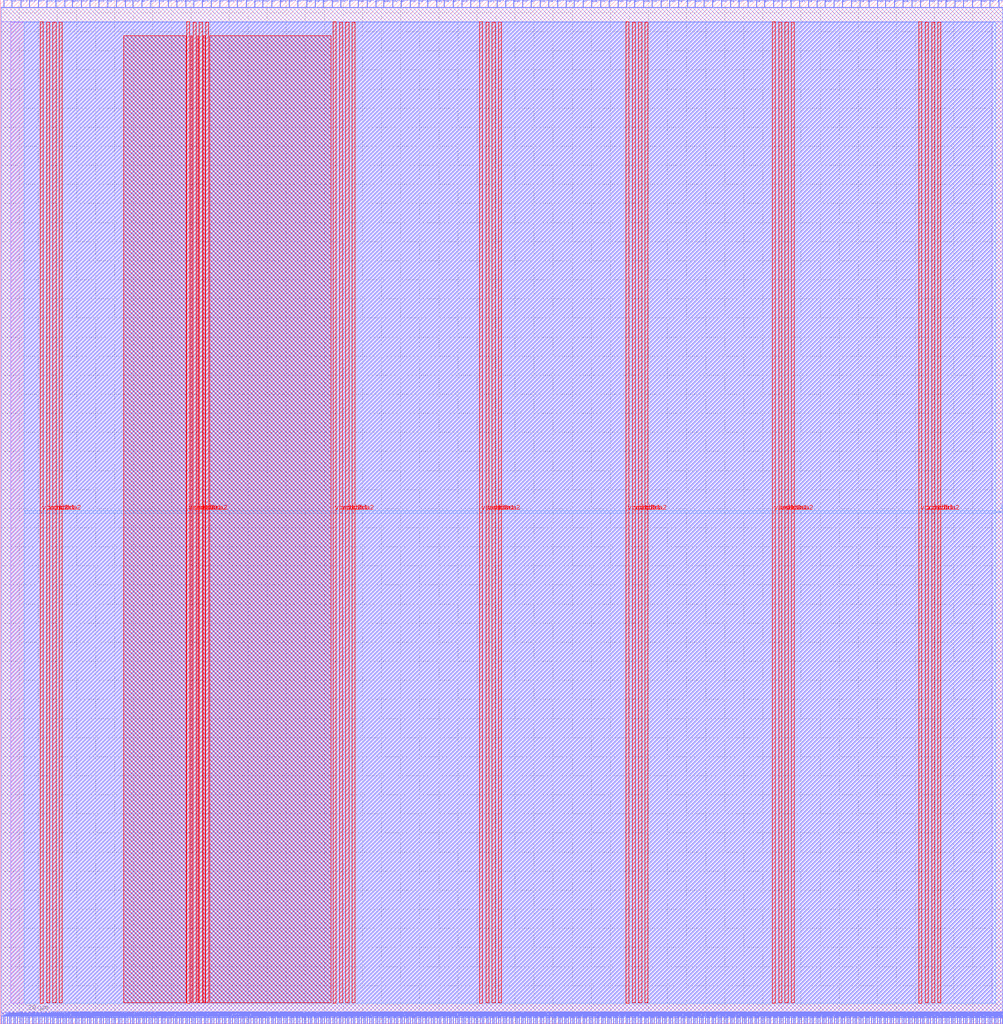
<source format=lef>
VERSION 5.7 ;
  NOWIREEXTENSIONATPIN ON ;
  DIVIDERCHAR "/" ;
  BUSBITCHARS "[]" ;
MACRO user_proj_example
  CLASS BLOCK ;
  FOREIGN user_proj_example ;
  ORIGIN 0.000 0.000 ;
  SIZE 526.050 BY 536.770 ;
  PIN io_in[0]
    DIRECTION INPUT ;
    USE SIGNAL ;
    PORT
      LAYER met2 ;
        RECT 1.930 532.770 2.210 536.770 ;
    END
  END io_in[0]
  PIN io_in[10]
    DIRECTION INPUT ;
    USE SIGNAL ;
    PORT
      LAYER met2 ;
        RECT 137.630 532.770 137.910 536.770 ;
    END
  END io_in[10]
  PIN io_in[11]
    DIRECTION INPUT ;
    USE SIGNAL ;
    PORT
      LAYER met2 ;
        RECT 151.430 532.770 151.710 536.770 ;
    END
  END io_in[11]
  PIN io_in[12]
    DIRECTION INPUT ;
    USE SIGNAL ;
    PORT
      LAYER met2 ;
        RECT 165.230 532.770 165.510 536.770 ;
    END
  END io_in[12]
  PIN io_in[13]
    DIRECTION INPUT ;
    USE SIGNAL ;
    PORT
      LAYER met2 ;
        RECT 178.570 532.770 178.850 536.770 ;
    END
  END io_in[13]
  PIN io_in[14]
    DIRECTION INPUT ;
    USE SIGNAL ;
    PORT
      LAYER met2 ;
        RECT 192.370 532.770 192.650 536.770 ;
    END
  END io_in[14]
  PIN io_in[15]
    DIRECTION INPUT ;
    USE SIGNAL ;
    PORT
      LAYER met2 ;
        RECT 205.710 532.770 205.990 536.770 ;
    END
  END io_in[15]
  PIN io_in[16]
    DIRECTION INPUT ;
    USE SIGNAL ;
    PORT
      LAYER met2 ;
        RECT 219.510 532.770 219.790 536.770 ;
    END
  END io_in[16]
  PIN io_in[17]
    DIRECTION INPUT ;
    USE SIGNAL ;
    PORT
      LAYER met2 ;
        RECT 232.850 532.770 233.130 536.770 ;
    END
  END io_in[17]
  PIN io_in[18]
    DIRECTION INPUT ;
    USE SIGNAL ;
    PORT
      LAYER met2 ;
        RECT 246.650 532.770 246.930 536.770 ;
    END
  END io_in[18]
  PIN io_in[19]
    DIRECTION INPUT ;
    USE SIGNAL ;
    PORT
      LAYER met2 ;
        RECT 260.450 532.770 260.730 536.770 ;
    END
  END io_in[19]
  PIN io_in[1]
    DIRECTION INPUT ;
    USE SIGNAL ;
    PORT
      LAYER met2 ;
        RECT 15.270 532.770 15.550 536.770 ;
    END
  END io_in[1]
  PIN io_in[20]
    DIRECTION INPUT ;
    USE SIGNAL ;
    PORT
      LAYER met2 ;
        RECT 273.790 532.770 274.070 536.770 ;
    END
  END io_in[20]
  PIN io_in[21]
    DIRECTION INPUT ;
    USE SIGNAL ;
    PORT
      LAYER met2 ;
        RECT 287.590 532.770 287.870 536.770 ;
    END
  END io_in[21]
  PIN io_in[22]
    DIRECTION INPUT ;
    USE SIGNAL ;
    PORT
      LAYER met2 ;
        RECT 300.930 532.770 301.210 536.770 ;
    END
  END io_in[22]
  PIN io_in[23]
    DIRECTION INPUT ;
    USE SIGNAL ;
    PORT
      LAYER met2 ;
        RECT 314.730 532.770 315.010 536.770 ;
    END
  END io_in[23]
  PIN io_in[24]
    DIRECTION INPUT ;
    USE SIGNAL ;
    PORT
      LAYER met2 ;
        RECT 328.530 532.770 328.810 536.770 ;
    END
  END io_in[24]
  PIN io_in[25]
    DIRECTION INPUT ;
    USE SIGNAL ;
    PORT
      LAYER met2 ;
        RECT 341.870 532.770 342.150 536.770 ;
    END
  END io_in[25]
  PIN io_in[26]
    DIRECTION INPUT ;
    USE SIGNAL ;
    PORT
      LAYER met2 ;
        RECT 355.670 532.770 355.950 536.770 ;
    END
  END io_in[26]
  PIN io_in[27]
    DIRECTION INPUT ;
    USE SIGNAL ;
    PORT
      LAYER met2 ;
        RECT 369.010 532.770 369.290 536.770 ;
    END
  END io_in[27]
  PIN io_in[28]
    DIRECTION INPUT ;
    USE SIGNAL ;
    PORT
      LAYER met2 ;
        RECT 382.810 532.770 383.090 536.770 ;
    END
  END io_in[28]
  PIN io_in[29]
    DIRECTION INPUT ;
    USE SIGNAL ;
    PORT
      LAYER met2 ;
        RECT 396.610 532.770 396.890 536.770 ;
    END
  END io_in[29]
  PIN io_in[2]
    DIRECTION INPUT ;
    USE SIGNAL ;
    PORT
      LAYER met2 ;
        RECT 29.070 532.770 29.350 536.770 ;
    END
  END io_in[2]
  PIN io_in[30]
    DIRECTION INPUT ;
    USE SIGNAL ;
    PORT
      LAYER met2 ;
        RECT 409.950 532.770 410.230 536.770 ;
    END
  END io_in[30]
  PIN io_in[31]
    DIRECTION INPUT ;
    USE SIGNAL ;
    PORT
      LAYER met2 ;
        RECT 423.750 532.770 424.030 536.770 ;
    END
  END io_in[31]
  PIN io_in[32]
    DIRECTION INPUT ;
    USE SIGNAL ;
    PORT
      LAYER met2 ;
        RECT 437.090 532.770 437.370 536.770 ;
    END
  END io_in[32]
  PIN io_in[33]
    DIRECTION INPUT ;
    USE SIGNAL ;
    PORT
      LAYER met2 ;
        RECT 450.890 532.770 451.170 536.770 ;
    END
  END io_in[33]
  PIN io_in[34]
    DIRECTION INPUT ;
    USE SIGNAL ;
    PORT
      LAYER met2 ;
        RECT 464.230 532.770 464.510 536.770 ;
    END
  END io_in[34]
  PIN io_in[35]
    DIRECTION INPUT ;
    USE SIGNAL ;
    PORT
      LAYER met2 ;
        RECT 478.030 532.770 478.310 536.770 ;
    END
  END io_in[35]
  PIN io_in[36]
    DIRECTION INPUT ;
    USE SIGNAL ;
    PORT
      LAYER met2 ;
        RECT 491.830 532.770 492.110 536.770 ;
    END
  END io_in[36]
  PIN io_in[37]
    DIRECTION INPUT ;
    USE SIGNAL ;
    PORT
      LAYER met2 ;
        RECT 505.170 532.770 505.450 536.770 ;
    END
  END io_in[37]
  PIN io_in[3]
    DIRECTION INPUT ;
    USE SIGNAL ;
    PORT
      LAYER met2 ;
        RECT 42.410 532.770 42.690 536.770 ;
    END
  END io_in[3]
  PIN io_in[4]
    DIRECTION INPUT ;
    USE SIGNAL ;
    PORT
      LAYER met2 ;
        RECT 56.210 532.770 56.490 536.770 ;
    END
  END io_in[4]
  PIN io_in[5]
    DIRECTION INPUT ;
    USE SIGNAL ;
    PORT
      LAYER met2 ;
        RECT 69.550 532.770 69.830 536.770 ;
    END
  END io_in[5]
  PIN io_in[6]
    DIRECTION INPUT ;
    USE SIGNAL ;
    PORT
      LAYER met2 ;
        RECT 83.350 532.770 83.630 536.770 ;
    END
  END io_in[6]
  PIN io_in[7]
    DIRECTION INPUT ;
    USE SIGNAL ;
    PORT
      LAYER met2 ;
        RECT 97.150 532.770 97.430 536.770 ;
    END
  END io_in[7]
  PIN io_in[8]
    DIRECTION INPUT ;
    USE SIGNAL ;
    PORT
      LAYER met2 ;
        RECT 110.490 532.770 110.770 536.770 ;
    END
  END io_in[8]
  PIN io_in[9]
    DIRECTION INPUT ;
    USE SIGNAL ;
    PORT
      LAYER met2 ;
        RECT 124.290 532.770 124.570 536.770 ;
    END
  END io_in[9]
  PIN io_oeb[0]
    DIRECTION OUTPUT TRISTATE ;
    USE SIGNAL ;
    PORT
      LAYER met2 ;
        RECT 6.070 532.770 6.350 536.770 ;
    END
  END io_oeb[0]
  PIN io_oeb[10]
    DIRECTION OUTPUT TRISTATE ;
    USE SIGNAL ;
    PORT
      LAYER met2 ;
        RECT 142.230 532.770 142.510 536.770 ;
    END
  END io_oeb[10]
  PIN io_oeb[11]
    DIRECTION OUTPUT TRISTATE ;
    USE SIGNAL ;
    PORT
      LAYER met2 ;
        RECT 156.030 532.770 156.310 536.770 ;
    END
  END io_oeb[11]
  PIN io_oeb[12]
    DIRECTION OUTPUT TRISTATE ;
    USE SIGNAL ;
    PORT
      LAYER met2 ;
        RECT 169.370 532.770 169.650 536.770 ;
    END
  END io_oeb[12]
  PIN io_oeb[13]
    DIRECTION OUTPUT TRISTATE ;
    USE SIGNAL ;
    PORT
      LAYER met2 ;
        RECT 183.170 532.770 183.450 536.770 ;
    END
  END io_oeb[13]
  PIN io_oeb[14]
    DIRECTION OUTPUT TRISTATE ;
    USE SIGNAL ;
    PORT
      LAYER met2 ;
        RECT 196.970 532.770 197.250 536.770 ;
    END
  END io_oeb[14]
  PIN io_oeb[15]
    DIRECTION OUTPUT TRISTATE ;
    USE SIGNAL ;
    PORT
      LAYER met2 ;
        RECT 210.310 532.770 210.590 536.770 ;
    END
  END io_oeb[15]
  PIN io_oeb[16]
    DIRECTION OUTPUT TRISTATE ;
    USE SIGNAL ;
    PORT
      LAYER met2 ;
        RECT 224.110 532.770 224.390 536.770 ;
    END
  END io_oeb[16]
  PIN io_oeb[17]
    DIRECTION OUTPUT TRISTATE ;
    USE SIGNAL ;
    PORT
      LAYER met2 ;
        RECT 237.450 532.770 237.730 536.770 ;
    END
  END io_oeb[17]
  PIN io_oeb[18]
    DIRECTION OUTPUT TRISTATE ;
    USE SIGNAL ;
    PORT
      LAYER met2 ;
        RECT 251.250 532.770 251.530 536.770 ;
    END
  END io_oeb[18]
  PIN io_oeb[19]
    DIRECTION OUTPUT TRISTATE ;
    USE SIGNAL ;
    PORT
      LAYER met2 ;
        RECT 265.050 532.770 265.330 536.770 ;
    END
  END io_oeb[19]
  PIN io_oeb[1]
    DIRECTION OUTPUT TRISTATE ;
    USE SIGNAL ;
    PORT
      LAYER met2 ;
        RECT 19.870 532.770 20.150 536.770 ;
    END
  END io_oeb[1]
  PIN io_oeb[20]
    DIRECTION OUTPUT TRISTATE ;
    USE SIGNAL ;
    PORT
      LAYER met2 ;
        RECT 278.390 532.770 278.670 536.770 ;
    END
  END io_oeb[20]
  PIN io_oeb[21]
    DIRECTION OUTPUT TRISTATE ;
    USE SIGNAL ;
    PORT
      LAYER met2 ;
        RECT 292.190 532.770 292.470 536.770 ;
    END
  END io_oeb[21]
  PIN io_oeb[22]
    DIRECTION OUTPUT TRISTATE ;
    USE SIGNAL ;
    PORT
      LAYER met2 ;
        RECT 305.530 532.770 305.810 536.770 ;
    END
  END io_oeb[22]
  PIN io_oeb[23]
    DIRECTION OUTPUT TRISTATE ;
    USE SIGNAL ;
    PORT
      LAYER met2 ;
        RECT 319.330 532.770 319.610 536.770 ;
    END
  END io_oeb[23]
  PIN io_oeb[24]
    DIRECTION OUTPUT TRISTATE ;
    USE SIGNAL ;
    PORT
      LAYER met2 ;
        RECT 332.670 532.770 332.950 536.770 ;
    END
  END io_oeb[24]
  PIN io_oeb[25]
    DIRECTION OUTPUT TRISTATE ;
    USE SIGNAL ;
    PORT
      LAYER met2 ;
        RECT 346.470 532.770 346.750 536.770 ;
    END
  END io_oeb[25]
  PIN io_oeb[26]
    DIRECTION OUTPUT TRISTATE ;
    USE SIGNAL ;
    PORT
      LAYER met2 ;
        RECT 360.270 532.770 360.550 536.770 ;
    END
  END io_oeb[26]
  PIN io_oeb[27]
    DIRECTION OUTPUT TRISTATE ;
    USE SIGNAL ;
    PORT
      LAYER met2 ;
        RECT 373.610 532.770 373.890 536.770 ;
    END
  END io_oeb[27]
  PIN io_oeb[28]
    DIRECTION OUTPUT TRISTATE ;
    USE SIGNAL ;
    PORT
      LAYER met2 ;
        RECT 387.410 532.770 387.690 536.770 ;
    END
  END io_oeb[28]
  PIN io_oeb[29]
    DIRECTION OUTPUT TRISTATE ;
    USE SIGNAL ;
    PORT
      LAYER met2 ;
        RECT 400.750 532.770 401.030 536.770 ;
    END
  END io_oeb[29]
  PIN io_oeb[2]
    DIRECTION OUTPUT TRISTATE ;
    USE SIGNAL ;
    PORT
      LAYER met2 ;
        RECT 33.670 532.770 33.950 536.770 ;
    END
  END io_oeb[2]
  PIN io_oeb[30]
    DIRECTION OUTPUT TRISTATE ;
    USE SIGNAL ;
    PORT
      LAYER met2 ;
        RECT 414.550 532.770 414.830 536.770 ;
    END
  END io_oeb[30]
  PIN io_oeb[31]
    DIRECTION OUTPUT TRISTATE ;
    USE SIGNAL ;
    PORT
      LAYER met2 ;
        RECT 428.350 532.770 428.630 536.770 ;
    END
  END io_oeb[31]
  PIN io_oeb[32]
    DIRECTION OUTPUT TRISTATE ;
    USE SIGNAL ;
    PORT
      LAYER met2 ;
        RECT 441.690 532.770 441.970 536.770 ;
    END
  END io_oeb[32]
  PIN io_oeb[33]
    DIRECTION OUTPUT TRISTATE ;
    USE SIGNAL ;
    PORT
      LAYER met2 ;
        RECT 455.490 532.770 455.770 536.770 ;
    END
  END io_oeb[33]
  PIN io_oeb[34]
    DIRECTION OUTPUT TRISTATE ;
    USE SIGNAL ;
    PORT
      LAYER met2 ;
        RECT 468.830 532.770 469.110 536.770 ;
    END
  END io_oeb[34]
  PIN io_oeb[35]
    DIRECTION OUTPUT TRISTATE ;
    USE SIGNAL ;
    PORT
      LAYER met2 ;
        RECT 482.630 532.770 482.910 536.770 ;
    END
  END io_oeb[35]
  PIN io_oeb[36]
    DIRECTION OUTPUT TRISTATE ;
    USE SIGNAL ;
    PORT
      LAYER met2 ;
        RECT 495.970 532.770 496.250 536.770 ;
    END
  END io_oeb[36]
  PIN io_oeb[37]
    DIRECTION OUTPUT TRISTATE ;
    USE SIGNAL ;
    PORT
      LAYER met2 ;
        RECT 509.770 532.770 510.050 536.770 ;
    END
  END io_oeb[37]
  PIN io_oeb[3]
    DIRECTION OUTPUT TRISTATE ;
    USE SIGNAL ;
    PORT
      LAYER met2 ;
        RECT 47.010 532.770 47.290 536.770 ;
    END
  END io_oeb[3]
  PIN io_oeb[4]
    DIRECTION OUTPUT TRISTATE ;
    USE SIGNAL ;
    PORT
      LAYER met2 ;
        RECT 60.810 532.770 61.090 536.770 ;
    END
  END io_oeb[4]
  PIN io_oeb[5]
    DIRECTION OUTPUT TRISTATE ;
    USE SIGNAL ;
    PORT
      LAYER met2 ;
        RECT 74.150 532.770 74.430 536.770 ;
    END
  END io_oeb[5]
  PIN io_oeb[6]
    DIRECTION OUTPUT TRISTATE ;
    USE SIGNAL ;
    PORT
      LAYER met2 ;
        RECT 87.950 532.770 88.230 536.770 ;
    END
  END io_oeb[6]
  PIN io_oeb[7]
    DIRECTION OUTPUT TRISTATE ;
    USE SIGNAL ;
    PORT
      LAYER met2 ;
        RECT 101.290 532.770 101.570 536.770 ;
    END
  END io_oeb[7]
  PIN io_oeb[8]
    DIRECTION OUTPUT TRISTATE ;
    USE SIGNAL ;
    PORT
      LAYER met2 ;
        RECT 115.090 532.770 115.370 536.770 ;
    END
  END io_oeb[8]
  PIN io_oeb[9]
    DIRECTION OUTPUT TRISTATE ;
    USE SIGNAL ;
    PORT
      LAYER met2 ;
        RECT 128.890 532.770 129.170 536.770 ;
    END
  END io_oeb[9]
  PIN io_out[0]
    DIRECTION OUTPUT TRISTATE ;
    USE SIGNAL ;
    PORT
      LAYER met2 ;
        RECT 10.670 532.770 10.950 536.770 ;
    END
  END io_out[0]
  PIN io_out[10]
    DIRECTION OUTPUT TRISTATE ;
    USE SIGNAL ;
    PORT
      LAYER met2 ;
        RECT 146.830 532.770 147.110 536.770 ;
    END
  END io_out[10]
  PIN io_out[11]
    DIRECTION OUTPUT TRISTATE ;
    USE SIGNAL ;
    PORT
      LAYER met2 ;
        RECT 160.630 532.770 160.910 536.770 ;
    END
  END io_out[11]
  PIN io_out[12]
    DIRECTION OUTPUT TRISTATE ;
    USE SIGNAL ;
    PORT
      LAYER met2 ;
        RECT 173.970 532.770 174.250 536.770 ;
    END
  END io_out[12]
  PIN io_out[13]
    DIRECTION OUTPUT TRISTATE ;
    USE SIGNAL ;
    PORT
      LAYER met2 ;
        RECT 187.770 532.770 188.050 536.770 ;
    END
  END io_out[13]
  PIN io_out[14]
    DIRECTION OUTPUT TRISTATE ;
    USE SIGNAL ;
    PORT
      LAYER met2 ;
        RECT 201.110 532.770 201.390 536.770 ;
    END
  END io_out[14]
  PIN io_out[15]
    DIRECTION OUTPUT TRISTATE ;
    USE SIGNAL ;
    PORT
      LAYER met2 ;
        RECT 214.910 532.770 215.190 536.770 ;
    END
  END io_out[15]
  PIN io_out[16]
    DIRECTION OUTPUT TRISTATE ;
    USE SIGNAL ;
    PORT
      LAYER met2 ;
        RECT 228.710 532.770 228.990 536.770 ;
    END
  END io_out[16]
  PIN io_out[17]
    DIRECTION OUTPUT TRISTATE ;
    USE SIGNAL ;
    PORT
      LAYER met2 ;
        RECT 242.050 532.770 242.330 536.770 ;
    END
  END io_out[17]
  PIN io_out[18]
    DIRECTION OUTPUT TRISTATE ;
    USE SIGNAL ;
    PORT
      LAYER met2 ;
        RECT 255.850 532.770 256.130 536.770 ;
    END
  END io_out[18]
  PIN io_out[19]
    DIRECTION OUTPUT TRISTATE ;
    USE SIGNAL ;
    PORT
      LAYER met2 ;
        RECT 269.190 532.770 269.470 536.770 ;
    END
  END io_out[19]
  PIN io_out[1]
    DIRECTION OUTPUT TRISTATE ;
    USE SIGNAL ;
    PORT
      LAYER met2 ;
        RECT 24.470 532.770 24.750 536.770 ;
    END
  END io_out[1]
  PIN io_out[20]
    DIRECTION OUTPUT TRISTATE ;
    USE SIGNAL ;
    PORT
      LAYER met2 ;
        RECT 282.990 532.770 283.270 536.770 ;
    END
  END io_out[20]
  PIN io_out[21]
    DIRECTION OUTPUT TRISTATE ;
    USE SIGNAL ;
    PORT
      LAYER met2 ;
        RECT 296.790 532.770 297.070 536.770 ;
    END
  END io_out[21]
  PIN io_out[22]
    DIRECTION OUTPUT TRISTATE ;
    USE SIGNAL ;
    PORT
      LAYER met2 ;
        RECT 310.130 532.770 310.410 536.770 ;
    END
  END io_out[22]
  PIN io_out[23]
    DIRECTION OUTPUT TRISTATE ;
    USE SIGNAL ;
    PORT
      LAYER met2 ;
        RECT 323.930 532.770 324.210 536.770 ;
    END
  END io_out[23]
  PIN io_out[24]
    DIRECTION OUTPUT TRISTATE ;
    USE SIGNAL ;
    PORT
      LAYER met2 ;
        RECT 337.270 532.770 337.550 536.770 ;
    END
  END io_out[24]
  PIN io_out[25]
    DIRECTION OUTPUT TRISTATE ;
    USE SIGNAL ;
    PORT
      LAYER met2 ;
        RECT 351.070 532.770 351.350 536.770 ;
    END
  END io_out[25]
  PIN io_out[26]
    DIRECTION OUTPUT TRISTATE ;
    USE SIGNAL ;
    PORT
      LAYER met2 ;
        RECT 364.410 532.770 364.690 536.770 ;
    END
  END io_out[26]
  PIN io_out[27]
    DIRECTION OUTPUT TRISTATE ;
    USE SIGNAL ;
    PORT
      LAYER met2 ;
        RECT 378.210 532.770 378.490 536.770 ;
    END
  END io_out[27]
  PIN io_out[28]
    DIRECTION OUTPUT TRISTATE ;
    USE SIGNAL ;
    PORT
      LAYER met2 ;
        RECT 392.010 532.770 392.290 536.770 ;
    END
  END io_out[28]
  PIN io_out[29]
    DIRECTION OUTPUT TRISTATE ;
    USE SIGNAL ;
    PORT
      LAYER met2 ;
        RECT 405.350 532.770 405.630 536.770 ;
    END
  END io_out[29]
  PIN io_out[2]
    DIRECTION OUTPUT TRISTATE ;
    USE SIGNAL ;
    PORT
      LAYER met2 ;
        RECT 37.810 532.770 38.090 536.770 ;
    END
  END io_out[2]
  PIN io_out[30]
    DIRECTION OUTPUT TRISTATE ;
    USE SIGNAL ;
    PORT
      LAYER met2 ;
        RECT 419.150 532.770 419.430 536.770 ;
    END
  END io_out[30]
  PIN io_out[31]
    DIRECTION OUTPUT TRISTATE ;
    USE SIGNAL ;
    PORT
      LAYER met2 ;
        RECT 432.490 532.770 432.770 536.770 ;
    END
  END io_out[31]
  PIN io_out[32]
    DIRECTION OUTPUT TRISTATE ;
    USE SIGNAL ;
    PORT
      LAYER met2 ;
        RECT 446.290 532.770 446.570 536.770 ;
    END
  END io_out[32]
  PIN io_out[33]
    DIRECTION OUTPUT TRISTATE ;
    USE SIGNAL ;
    PORT
      LAYER met2 ;
        RECT 460.090 532.770 460.370 536.770 ;
    END
  END io_out[33]
  PIN io_out[34]
    DIRECTION OUTPUT TRISTATE ;
    USE SIGNAL ;
    PORT
      LAYER met2 ;
        RECT 473.430 532.770 473.710 536.770 ;
    END
  END io_out[34]
  PIN io_out[35]
    DIRECTION OUTPUT TRISTATE ;
    USE SIGNAL ;
    PORT
      LAYER met2 ;
        RECT 487.230 532.770 487.510 536.770 ;
    END
  END io_out[35]
  PIN io_out[36]
    DIRECTION OUTPUT TRISTATE ;
    USE SIGNAL ;
    PORT
      LAYER met2 ;
        RECT 500.570 532.770 500.850 536.770 ;
    END
  END io_out[36]
  PIN io_out[37]
    DIRECTION OUTPUT TRISTATE ;
    USE SIGNAL ;
    PORT
      LAYER met2 ;
        RECT 514.370 532.770 514.650 536.770 ;
    END
  END io_out[37]
  PIN io_out[3]
    DIRECTION OUTPUT TRISTATE ;
    USE SIGNAL ;
    PORT
      LAYER met2 ;
        RECT 51.610 532.770 51.890 536.770 ;
    END
  END io_out[3]
  PIN io_out[4]
    DIRECTION OUTPUT TRISTATE ;
    USE SIGNAL ;
    PORT
      LAYER met2 ;
        RECT 65.410 532.770 65.690 536.770 ;
    END
  END io_out[4]
  PIN io_out[5]
    DIRECTION OUTPUT TRISTATE ;
    USE SIGNAL ;
    PORT
      LAYER met2 ;
        RECT 78.750 532.770 79.030 536.770 ;
    END
  END io_out[5]
  PIN io_out[6]
    DIRECTION OUTPUT TRISTATE ;
    USE SIGNAL ;
    PORT
      LAYER met2 ;
        RECT 92.550 532.770 92.830 536.770 ;
    END
  END io_out[6]
  PIN io_out[7]
    DIRECTION OUTPUT TRISTATE ;
    USE SIGNAL ;
    PORT
      LAYER met2 ;
        RECT 105.890 532.770 106.170 536.770 ;
    END
  END io_out[7]
  PIN io_out[8]
    DIRECTION OUTPUT TRISTATE ;
    USE SIGNAL ;
    PORT
      LAYER met2 ;
        RECT 119.690 532.770 119.970 536.770 ;
    END
  END io_out[8]
  PIN io_out[9]
    DIRECTION OUTPUT TRISTATE ;
    USE SIGNAL ;
    PORT
      LAYER met2 ;
        RECT 133.490 532.770 133.770 536.770 ;
    END
  END io_out[9]
  PIN irq[0]
    DIRECTION OUTPUT TRISTATE ;
    USE SIGNAL ;
    PORT
      LAYER met2 ;
        RECT 518.970 532.770 519.250 536.770 ;
    END
  END irq[0]
  PIN irq[1]
    DIRECTION OUTPUT TRISTATE ;
    USE SIGNAL ;
    PORT
      LAYER met3 ;
        RECT 522.050 267.960 526.050 268.560 ;
    END
  END irq[1]
  PIN irq[2]
    DIRECTION OUTPUT TRISTATE ;
    USE SIGNAL ;
    PORT
      LAYER met2 ;
        RECT 523.570 532.770 523.850 536.770 ;
    END
  END irq[2]
  PIN la_data_in[0]
    DIRECTION INPUT ;
    USE SIGNAL ;
    PORT
      LAYER met2 ;
        RECT 114.170 0.000 114.450 4.000 ;
    END
  END la_data_in[0]
  PIN la_data_in[100]
    DIRECTION INPUT ;
    USE SIGNAL ;
    PORT
      LAYER met2 ;
        RECT 436.170 0.000 436.450 4.000 ;
    END
  END la_data_in[100]
  PIN la_data_in[101]
    DIRECTION INPUT ;
    USE SIGNAL ;
    PORT
      LAYER met2 ;
        RECT 439.390 0.000 439.670 4.000 ;
    END
  END la_data_in[101]
  PIN la_data_in[102]
    DIRECTION INPUT ;
    USE SIGNAL ;
    PORT
      LAYER met2 ;
        RECT 442.610 0.000 442.890 4.000 ;
    END
  END la_data_in[102]
  PIN la_data_in[103]
    DIRECTION INPUT ;
    USE SIGNAL ;
    PORT
      LAYER met2 ;
        RECT 445.830 0.000 446.110 4.000 ;
    END
  END la_data_in[103]
  PIN la_data_in[104]
    DIRECTION INPUT ;
    USE SIGNAL ;
    PORT
      LAYER met2 ;
        RECT 449.050 0.000 449.330 4.000 ;
    END
  END la_data_in[104]
  PIN la_data_in[105]
    DIRECTION INPUT ;
    USE SIGNAL ;
    PORT
      LAYER met2 ;
        RECT 452.270 0.000 452.550 4.000 ;
    END
  END la_data_in[105]
  PIN la_data_in[106]
    DIRECTION INPUT ;
    USE SIGNAL ;
    PORT
      LAYER met2 ;
        RECT 455.490 0.000 455.770 4.000 ;
    END
  END la_data_in[106]
  PIN la_data_in[107]
    DIRECTION INPUT ;
    USE SIGNAL ;
    PORT
      LAYER met2 ;
        RECT 458.710 0.000 458.990 4.000 ;
    END
  END la_data_in[107]
  PIN la_data_in[108]
    DIRECTION INPUT ;
    USE SIGNAL ;
    PORT
      LAYER met2 ;
        RECT 461.930 0.000 462.210 4.000 ;
    END
  END la_data_in[108]
  PIN la_data_in[109]
    DIRECTION INPUT ;
    USE SIGNAL ;
    PORT
      LAYER met2 ;
        RECT 465.150 0.000 465.430 4.000 ;
    END
  END la_data_in[109]
  PIN la_data_in[10]
    DIRECTION INPUT ;
    USE SIGNAL ;
    PORT
      LAYER met2 ;
        RECT 146.370 0.000 146.650 4.000 ;
    END
  END la_data_in[10]
  PIN la_data_in[110]
    DIRECTION INPUT ;
    USE SIGNAL ;
    PORT
      LAYER met2 ;
        RECT 468.370 0.000 468.650 4.000 ;
    END
  END la_data_in[110]
  PIN la_data_in[111]
    DIRECTION INPUT ;
    USE SIGNAL ;
    PORT
      LAYER met2 ;
        RECT 471.590 0.000 471.870 4.000 ;
    END
  END la_data_in[111]
  PIN la_data_in[112]
    DIRECTION INPUT ;
    USE SIGNAL ;
    PORT
      LAYER met2 ;
        RECT 474.810 0.000 475.090 4.000 ;
    END
  END la_data_in[112]
  PIN la_data_in[113]
    DIRECTION INPUT ;
    USE SIGNAL ;
    PORT
      LAYER met2 ;
        RECT 478.030 0.000 478.310 4.000 ;
    END
  END la_data_in[113]
  PIN la_data_in[114]
    DIRECTION INPUT ;
    USE SIGNAL ;
    PORT
      LAYER met2 ;
        RECT 481.250 0.000 481.530 4.000 ;
    END
  END la_data_in[114]
  PIN la_data_in[115]
    DIRECTION INPUT ;
    USE SIGNAL ;
    PORT
      LAYER met2 ;
        RECT 484.470 0.000 484.750 4.000 ;
    END
  END la_data_in[115]
  PIN la_data_in[116]
    DIRECTION INPUT ;
    USE SIGNAL ;
    PORT
      LAYER met2 ;
        RECT 487.690 0.000 487.970 4.000 ;
    END
  END la_data_in[116]
  PIN la_data_in[117]
    DIRECTION INPUT ;
    USE SIGNAL ;
    PORT
      LAYER met2 ;
        RECT 490.910 0.000 491.190 4.000 ;
    END
  END la_data_in[117]
  PIN la_data_in[118]
    DIRECTION INPUT ;
    USE SIGNAL ;
    PORT
      LAYER met2 ;
        RECT 494.130 0.000 494.410 4.000 ;
    END
  END la_data_in[118]
  PIN la_data_in[119]
    DIRECTION INPUT ;
    USE SIGNAL ;
    PORT
      LAYER met2 ;
        RECT 497.350 0.000 497.630 4.000 ;
    END
  END la_data_in[119]
  PIN la_data_in[11]
    DIRECTION INPUT ;
    USE SIGNAL ;
    PORT
      LAYER met2 ;
        RECT 149.590 0.000 149.870 4.000 ;
    END
  END la_data_in[11]
  PIN la_data_in[120]
    DIRECTION INPUT ;
    USE SIGNAL ;
    PORT
      LAYER met2 ;
        RECT 500.570 0.000 500.850 4.000 ;
    END
  END la_data_in[120]
  PIN la_data_in[121]
    DIRECTION INPUT ;
    USE SIGNAL ;
    PORT
      LAYER met2 ;
        RECT 503.790 0.000 504.070 4.000 ;
    END
  END la_data_in[121]
  PIN la_data_in[122]
    DIRECTION INPUT ;
    USE SIGNAL ;
    PORT
      LAYER met2 ;
        RECT 507.010 0.000 507.290 4.000 ;
    END
  END la_data_in[122]
  PIN la_data_in[123]
    DIRECTION INPUT ;
    USE SIGNAL ;
    PORT
      LAYER met2 ;
        RECT 510.230 0.000 510.510 4.000 ;
    END
  END la_data_in[123]
  PIN la_data_in[124]
    DIRECTION INPUT ;
    USE SIGNAL ;
    PORT
      LAYER met2 ;
        RECT 513.450 0.000 513.730 4.000 ;
    END
  END la_data_in[124]
  PIN la_data_in[125]
    DIRECTION INPUT ;
    USE SIGNAL ;
    PORT
      LAYER met2 ;
        RECT 516.670 0.000 516.950 4.000 ;
    END
  END la_data_in[125]
  PIN la_data_in[126]
    DIRECTION INPUT ;
    USE SIGNAL ;
    PORT
      LAYER met2 ;
        RECT 519.890 0.000 520.170 4.000 ;
    END
  END la_data_in[126]
  PIN la_data_in[127]
    DIRECTION INPUT ;
    USE SIGNAL ;
    PORT
      LAYER met2 ;
        RECT 523.110 0.000 523.390 4.000 ;
    END
  END la_data_in[127]
  PIN la_data_in[12]
    DIRECTION INPUT ;
    USE SIGNAL ;
    PORT
      LAYER met2 ;
        RECT 152.810 0.000 153.090 4.000 ;
    END
  END la_data_in[12]
  PIN la_data_in[13]
    DIRECTION INPUT ;
    USE SIGNAL ;
    PORT
      LAYER met2 ;
        RECT 156.030 0.000 156.310 4.000 ;
    END
  END la_data_in[13]
  PIN la_data_in[14]
    DIRECTION INPUT ;
    USE SIGNAL ;
    PORT
      LAYER met2 ;
        RECT 159.250 0.000 159.530 4.000 ;
    END
  END la_data_in[14]
  PIN la_data_in[15]
    DIRECTION INPUT ;
    USE SIGNAL ;
    PORT
      LAYER met2 ;
        RECT 162.470 0.000 162.750 4.000 ;
    END
  END la_data_in[15]
  PIN la_data_in[16]
    DIRECTION INPUT ;
    USE SIGNAL ;
    PORT
      LAYER met2 ;
        RECT 165.690 0.000 165.970 4.000 ;
    END
  END la_data_in[16]
  PIN la_data_in[17]
    DIRECTION INPUT ;
    USE SIGNAL ;
    PORT
      LAYER met2 ;
        RECT 168.910 0.000 169.190 4.000 ;
    END
  END la_data_in[17]
  PIN la_data_in[18]
    DIRECTION INPUT ;
    USE SIGNAL ;
    PORT
      LAYER met2 ;
        RECT 172.130 0.000 172.410 4.000 ;
    END
  END la_data_in[18]
  PIN la_data_in[19]
    DIRECTION INPUT ;
    USE SIGNAL ;
    PORT
      LAYER met2 ;
        RECT 175.350 0.000 175.630 4.000 ;
    END
  END la_data_in[19]
  PIN la_data_in[1]
    DIRECTION INPUT ;
    USE SIGNAL ;
    PORT
      LAYER met2 ;
        RECT 117.390 0.000 117.670 4.000 ;
    END
  END la_data_in[1]
  PIN la_data_in[20]
    DIRECTION INPUT ;
    USE SIGNAL ;
    PORT
      LAYER met2 ;
        RECT 178.570 0.000 178.850 4.000 ;
    END
  END la_data_in[20]
  PIN la_data_in[21]
    DIRECTION INPUT ;
    USE SIGNAL ;
    PORT
      LAYER met2 ;
        RECT 181.790 0.000 182.070 4.000 ;
    END
  END la_data_in[21]
  PIN la_data_in[22]
    DIRECTION INPUT ;
    USE SIGNAL ;
    PORT
      LAYER met2 ;
        RECT 185.010 0.000 185.290 4.000 ;
    END
  END la_data_in[22]
  PIN la_data_in[23]
    DIRECTION INPUT ;
    USE SIGNAL ;
    PORT
      LAYER met2 ;
        RECT 188.230 0.000 188.510 4.000 ;
    END
  END la_data_in[23]
  PIN la_data_in[24]
    DIRECTION INPUT ;
    USE SIGNAL ;
    PORT
      LAYER met2 ;
        RECT 191.450 0.000 191.730 4.000 ;
    END
  END la_data_in[24]
  PIN la_data_in[25]
    DIRECTION INPUT ;
    USE SIGNAL ;
    PORT
      LAYER met2 ;
        RECT 194.670 0.000 194.950 4.000 ;
    END
  END la_data_in[25]
  PIN la_data_in[26]
    DIRECTION INPUT ;
    USE SIGNAL ;
    PORT
      LAYER met2 ;
        RECT 197.890 0.000 198.170 4.000 ;
    END
  END la_data_in[26]
  PIN la_data_in[27]
    DIRECTION INPUT ;
    USE SIGNAL ;
    PORT
      LAYER met2 ;
        RECT 201.110 0.000 201.390 4.000 ;
    END
  END la_data_in[27]
  PIN la_data_in[28]
    DIRECTION INPUT ;
    USE SIGNAL ;
    PORT
      LAYER met2 ;
        RECT 204.330 0.000 204.610 4.000 ;
    END
  END la_data_in[28]
  PIN la_data_in[29]
    DIRECTION INPUT ;
    USE SIGNAL ;
    PORT
      LAYER met2 ;
        RECT 207.550 0.000 207.830 4.000 ;
    END
  END la_data_in[29]
  PIN la_data_in[2]
    DIRECTION INPUT ;
    USE SIGNAL ;
    PORT
      LAYER met2 ;
        RECT 120.610 0.000 120.890 4.000 ;
    END
  END la_data_in[2]
  PIN la_data_in[30]
    DIRECTION INPUT ;
    USE SIGNAL ;
    PORT
      LAYER met2 ;
        RECT 210.770 0.000 211.050 4.000 ;
    END
  END la_data_in[30]
  PIN la_data_in[31]
    DIRECTION INPUT ;
    USE SIGNAL ;
    PORT
      LAYER met2 ;
        RECT 213.990 0.000 214.270 4.000 ;
    END
  END la_data_in[31]
  PIN la_data_in[32]
    DIRECTION INPUT ;
    USE SIGNAL ;
    PORT
      LAYER met2 ;
        RECT 217.210 0.000 217.490 4.000 ;
    END
  END la_data_in[32]
  PIN la_data_in[33]
    DIRECTION INPUT ;
    USE SIGNAL ;
    PORT
      LAYER met2 ;
        RECT 220.430 0.000 220.710 4.000 ;
    END
  END la_data_in[33]
  PIN la_data_in[34]
    DIRECTION INPUT ;
    USE SIGNAL ;
    PORT
      LAYER met2 ;
        RECT 223.650 0.000 223.930 4.000 ;
    END
  END la_data_in[34]
  PIN la_data_in[35]
    DIRECTION INPUT ;
    USE SIGNAL ;
    PORT
      LAYER met2 ;
        RECT 226.870 0.000 227.150 4.000 ;
    END
  END la_data_in[35]
  PIN la_data_in[36]
    DIRECTION INPUT ;
    USE SIGNAL ;
    PORT
      LAYER met2 ;
        RECT 230.090 0.000 230.370 4.000 ;
    END
  END la_data_in[36]
  PIN la_data_in[37]
    DIRECTION INPUT ;
    USE SIGNAL ;
    PORT
      LAYER met2 ;
        RECT 233.310 0.000 233.590 4.000 ;
    END
  END la_data_in[37]
  PIN la_data_in[38]
    DIRECTION INPUT ;
    USE SIGNAL ;
    PORT
      LAYER met2 ;
        RECT 236.530 0.000 236.810 4.000 ;
    END
  END la_data_in[38]
  PIN la_data_in[39]
    DIRECTION INPUT ;
    USE SIGNAL ;
    PORT
      LAYER met2 ;
        RECT 239.750 0.000 240.030 4.000 ;
    END
  END la_data_in[39]
  PIN la_data_in[3]
    DIRECTION INPUT ;
    USE SIGNAL ;
    PORT
      LAYER met2 ;
        RECT 123.830 0.000 124.110 4.000 ;
    END
  END la_data_in[3]
  PIN la_data_in[40]
    DIRECTION INPUT ;
    USE SIGNAL ;
    PORT
      LAYER met2 ;
        RECT 242.970 0.000 243.250 4.000 ;
    END
  END la_data_in[40]
  PIN la_data_in[41]
    DIRECTION INPUT ;
    USE SIGNAL ;
    PORT
      LAYER met2 ;
        RECT 246.190 0.000 246.470 4.000 ;
    END
  END la_data_in[41]
  PIN la_data_in[42]
    DIRECTION INPUT ;
    USE SIGNAL ;
    PORT
      LAYER met2 ;
        RECT 249.410 0.000 249.690 4.000 ;
    END
  END la_data_in[42]
  PIN la_data_in[43]
    DIRECTION INPUT ;
    USE SIGNAL ;
    PORT
      LAYER met2 ;
        RECT 252.630 0.000 252.910 4.000 ;
    END
  END la_data_in[43]
  PIN la_data_in[44]
    DIRECTION INPUT ;
    USE SIGNAL ;
    PORT
      LAYER met2 ;
        RECT 255.850 0.000 256.130 4.000 ;
    END
  END la_data_in[44]
  PIN la_data_in[45]
    DIRECTION INPUT ;
    USE SIGNAL ;
    PORT
      LAYER met2 ;
        RECT 259.070 0.000 259.350 4.000 ;
    END
  END la_data_in[45]
  PIN la_data_in[46]
    DIRECTION INPUT ;
    USE SIGNAL ;
    PORT
      LAYER met2 ;
        RECT 262.290 0.000 262.570 4.000 ;
    END
  END la_data_in[46]
  PIN la_data_in[47]
    DIRECTION INPUT ;
    USE SIGNAL ;
    PORT
      LAYER met2 ;
        RECT 265.510 0.000 265.790 4.000 ;
    END
  END la_data_in[47]
  PIN la_data_in[48]
    DIRECTION INPUT ;
    USE SIGNAL ;
    PORT
      LAYER met2 ;
        RECT 268.730 0.000 269.010 4.000 ;
    END
  END la_data_in[48]
  PIN la_data_in[49]
    DIRECTION INPUT ;
    USE SIGNAL ;
    PORT
      LAYER met2 ;
        RECT 271.950 0.000 272.230 4.000 ;
    END
  END la_data_in[49]
  PIN la_data_in[4]
    DIRECTION INPUT ;
    USE SIGNAL ;
    PORT
      LAYER met2 ;
        RECT 127.050 0.000 127.330 4.000 ;
    END
  END la_data_in[4]
  PIN la_data_in[50]
    DIRECTION INPUT ;
    USE SIGNAL ;
    PORT
      LAYER met2 ;
        RECT 275.170 0.000 275.450 4.000 ;
    END
  END la_data_in[50]
  PIN la_data_in[51]
    DIRECTION INPUT ;
    USE SIGNAL ;
    PORT
      LAYER met2 ;
        RECT 278.390 0.000 278.670 4.000 ;
    END
  END la_data_in[51]
  PIN la_data_in[52]
    DIRECTION INPUT ;
    USE SIGNAL ;
    PORT
      LAYER met2 ;
        RECT 281.610 0.000 281.890 4.000 ;
    END
  END la_data_in[52]
  PIN la_data_in[53]
    DIRECTION INPUT ;
    USE SIGNAL ;
    PORT
      LAYER met2 ;
        RECT 284.830 0.000 285.110 4.000 ;
    END
  END la_data_in[53]
  PIN la_data_in[54]
    DIRECTION INPUT ;
    USE SIGNAL ;
    PORT
      LAYER met2 ;
        RECT 288.050 0.000 288.330 4.000 ;
    END
  END la_data_in[54]
  PIN la_data_in[55]
    DIRECTION INPUT ;
    USE SIGNAL ;
    PORT
      LAYER met2 ;
        RECT 291.270 0.000 291.550 4.000 ;
    END
  END la_data_in[55]
  PIN la_data_in[56]
    DIRECTION INPUT ;
    USE SIGNAL ;
    PORT
      LAYER met2 ;
        RECT 294.490 0.000 294.770 4.000 ;
    END
  END la_data_in[56]
  PIN la_data_in[57]
    DIRECTION INPUT ;
    USE SIGNAL ;
    PORT
      LAYER met2 ;
        RECT 297.710 0.000 297.990 4.000 ;
    END
  END la_data_in[57]
  PIN la_data_in[58]
    DIRECTION INPUT ;
    USE SIGNAL ;
    PORT
      LAYER met2 ;
        RECT 300.930 0.000 301.210 4.000 ;
    END
  END la_data_in[58]
  PIN la_data_in[59]
    DIRECTION INPUT ;
    USE SIGNAL ;
    PORT
      LAYER met2 ;
        RECT 304.150 0.000 304.430 4.000 ;
    END
  END la_data_in[59]
  PIN la_data_in[5]
    DIRECTION INPUT ;
    USE SIGNAL ;
    PORT
      LAYER met2 ;
        RECT 130.270 0.000 130.550 4.000 ;
    END
  END la_data_in[5]
  PIN la_data_in[60]
    DIRECTION INPUT ;
    USE SIGNAL ;
    PORT
      LAYER met2 ;
        RECT 307.370 0.000 307.650 4.000 ;
    END
  END la_data_in[60]
  PIN la_data_in[61]
    DIRECTION INPUT ;
    USE SIGNAL ;
    PORT
      LAYER met2 ;
        RECT 310.590 0.000 310.870 4.000 ;
    END
  END la_data_in[61]
  PIN la_data_in[62]
    DIRECTION INPUT ;
    USE SIGNAL ;
    PORT
      LAYER met2 ;
        RECT 313.810 0.000 314.090 4.000 ;
    END
  END la_data_in[62]
  PIN la_data_in[63]
    DIRECTION INPUT ;
    USE SIGNAL ;
    PORT
      LAYER met2 ;
        RECT 317.030 0.000 317.310 4.000 ;
    END
  END la_data_in[63]
  PIN la_data_in[64]
    DIRECTION INPUT ;
    USE SIGNAL ;
    PORT
      LAYER met2 ;
        RECT 320.250 0.000 320.530 4.000 ;
    END
  END la_data_in[64]
  PIN la_data_in[65]
    DIRECTION INPUT ;
    USE SIGNAL ;
    PORT
      LAYER met2 ;
        RECT 323.470 0.000 323.750 4.000 ;
    END
  END la_data_in[65]
  PIN la_data_in[66]
    DIRECTION INPUT ;
    USE SIGNAL ;
    PORT
      LAYER met2 ;
        RECT 326.690 0.000 326.970 4.000 ;
    END
  END la_data_in[66]
  PIN la_data_in[67]
    DIRECTION INPUT ;
    USE SIGNAL ;
    PORT
      LAYER met2 ;
        RECT 329.910 0.000 330.190 4.000 ;
    END
  END la_data_in[67]
  PIN la_data_in[68]
    DIRECTION INPUT ;
    USE SIGNAL ;
    PORT
      LAYER met2 ;
        RECT 333.130 0.000 333.410 4.000 ;
    END
  END la_data_in[68]
  PIN la_data_in[69]
    DIRECTION INPUT ;
    USE SIGNAL ;
    PORT
      LAYER met2 ;
        RECT 336.350 0.000 336.630 4.000 ;
    END
  END la_data_in[69]
  PIN la_data_in[6]
    DIRECTION INPUT ;
    USE SIGNAL ;
    PORT
      LAYER met2 ;
        RECT 133.490 0.000 133.770 4.000 ;
    END
  END la_data_in[6]
  PIN la_data_in[70]
    DIRECTION INPUT ;
    USE SIGNAL ;
    PORT
      LAYER met2 ;
        RECT 339.570 0.000 339.850 4.000 ;
    END
  END la_data_in[70]
  PIN la_data_in[71]
    DIRECTION INPUT ;
    USE SIGNAL ;
    PORT
      LAYER met2 ;
        RECT 342.790 0.000 343.070 4.000 ;
    END
  END la_data_in[71]
  PIN la_data_in[72]
    DIRECTION INPUT ;
    USE SIGNAL ;
    PORT
      LAYER met2 ;
        RECT 346.010 0.000 346.290 4.000 ;
    END
  END la_data_in[72]
  PIN la_data_in[73]
    DIRECTION INPUT ;
    USE SIGNAL ;
    PORT
      LAYER met2 ;
        RECT 349.230 0.000 349.510 4.000 ;
    END
  END la_data_in[73]
  PIN la_data_in[74]
    DIRECTION INPUT ;
    USE SIGNAL ;
    PORT
      LAYER met2 ;
        RECT 352.450 0.000 352.730 4.000 ;
    END
  END la_data_in[74]
  PIN la_data_in[75]
    DIRECTION INPUT ;
    USE SIGNAL ;
    PORT
      LAYER met2 ;
        RECT 355.670 0.000 355.950 4.000 ;
    END
  END la_data_in[75]
  PIN la_data_in[76]
    DIRECTION INPUT ;
    USE SIGNAL ;
    PORT
      LAYER met2 ;
        RECT 358.890 0.000 359.170 4.000 ;
    END
  END la_data_in[76]
  PIN la_data_in[77]
    DIRECTION INPUT ;
    USE SIGNAL ;
    PORT
      LAYER met2 ;
        RECT 362.110 0.000 362.390 4.000 ;
    END
  END la_data_in[77]
  PIN la_data_in[78]
    DIRECTION INPUT ;
    USE SIGNAL ;
    PORT
      LAYER met2 ;
        RECT 365.330 0.000 365.610 4.000 ;
    END
  END la_data_in[78]
  PIN la_data_in[79]
    DIRECTION INPUT ;
    USE SIGNAL ;
    PORT
      LAYER met2 ;
        RECT 368.550 0.000 368.830 4.000 ;
    END
  END la_data_in[79]
  PIN la_data_in[7]
    DIRECTION INPUT ;
    USE SIGNAL ;
    PORT
      LAYER met2 ;
        RECT 136.710 0.000 136.990 4.000 ;
    END
  END la_data_in[7]
  PIN la_data_in[80]
    DIRECTION INPUT ;
    USE SIGNAL ;
    PORT
      LAYER met2 ;
        RECT 371.770 0.000 372.050 4.000 ;
    END
  END la_data_in[80]
  PIN la_data_in[81]
    DIRECTION INPUT ;
    USE SIGNAL ;
    PORT
      LAYER met2 ;
        RECT 374.990 0.000 375.270 4.000 ;
    END
  END la_data_in[81]
  PIN la_data_in[82]
    DIRECTION INPUT ;
    USE SIGNAL ;
    PORT
      LAYER met2 ;
        RECT 378.210 0.000 378.490 4.000 ;
    END
  END la_data_in[82]
  PIN la_data_in[83]
    DIRECTION INPUT ;
    USE SIGNAL ;
    PORT
      LAYER met2 ;
        RECT 381.430 0.000 381.710 4.000 ;
    END
  END la_data_in[83]
  PIN la_data_in[84]
    DIRECTION INPUT ;
    USE SIGNAL ;
    PORT
      LAYER met2 ;
        RECT 384.650 0.000 384.930 4.000 ;
    END
  END la_data_in[84]
  PIN la_data_in[85]
    DIRECTION INPUT ;
    USE SIGNAL ;
    PORT
      LAYER met2 ;
        RECT 387.870 0.000 388.150 4.000 ;
    END
  END la_data_in[85]
  PIN la_data_in[86]
    DIRECTION INPUT ;
    USE SIGNAL ;
    PORT
      LAYER met2 ;
        RECT 391.090 0.000 391.370 4.000 ;
    END
  END la_data_in[86]
  PIN la_data_in[87]
    DIRECTION INPUT ;
    USE SIGNAL ;
    PORT
      LAYER met2 ;
        RECT 394.310 0.000 394.590 4.000 ;
    END
  END la_data_in[87]
  PIN la_data_in[88]
    DIRECTION INPUT ;
    USE SIGNAL ;
    PORT
      LAYER met2 ;
        RECT 397.530 0.000 397.810 4.000 ;
    END
  END la_data_in[88]
  PIN la_data_in[89]
    DIRECTION INPUT ;
    USE SIGNAL ;
    PORT
      LAYER met2 ;
        RECT 400.750 0.000 401.030 4.000 ;
    END
  END la_data_in[89]
  PIN la_data_in[8]
    DIRECTION INPUT ;
    USE SIGNAL ;
    PORT
      LAYER met2 ;
        RECT 139.930 0.000 140.210 4.000 ;
    END
  END la_data_in[8]
  PIN la_data_in[90]
    DIRECTION INPUT ;
    USE SIGNAL ;
    PORT
      LAYER met2 ;
        RECT 403.970 0.000 404.250 4.000 ;
    END
  END la_data_in[90]
  PIN la_data_in[91]
    DIRECTION INPUT ;
    USE SIGNAL ;
    PORT
      LAYER met2 ;
        RECT 407.190 0.000 407.470 4.000 ;
    END
  END la_data_in[91]
  PIN la_data_in[92]
    DIRECTION INPUT ;
    USE SIGNAL ;
    PORT
      LAYER met2 ;
        RECT 410.410 0.000 410.690 4.000 ;
    END
  END la_data_in[92]
  PIN la_data_in[93]
    DIRECTION INPUT ;
    USE SIGNAL ;
    PORT
      LAYER met2 ;
        RECT 413.630 0.000 413.910 4.000 ;
    END
  END la_data_in[93]
  PIN la_data_in[94]
    DIRECTION INPUT ;
    USE SIGNAL ;
    PORT
      LAYER met2 ;
        RECT 416.850 0.000 417.130 4.000 ;
    END
  END la_data_in[94]
  PIN la_data_in[95]
    DIRECTION INPUT ;
    USE SIGNAL ;
    PORT
      LAYER met2 ;
        RECT 420.070 0.000 420.350 4.000 ;
    END
  END la_data_in[95]
  PIN la_data_in[96]
    DIRECTION INPUT ;
    USE SIGNAL ;
    PORT
      LAYER met2 ;
        RECT 423.290 0.000 423.570 4.000 ;
    END
  END la_data_in[96]
  PIN la_data_in[97]
    DIRECTION INPUT ;
    USE SIGNAL ;
    PORT
      LAYER met2 ;
        RECT 426.510 0.000 426.790 4.000 ;
    END
  END la_data_in[97]
  PIN la_data_in[98]
    DIRECTION INPUT ;
    USE SIGNAL ;
    PORT
      LAYER met2 ;
        RECT 429.730 0.000 430.010 4.000 ;
    END
  END la_data_in[98]
  PIN la_data_in[99]
    DIRECTION INPUT ;
    USE SIGNAL ;
    PORT
      LAYER met2 ;
        RECT 432.950 0.000 433.230 4.000 ;
    END
  END la_data_in[99]
  PIN la_data_in[9]
    DIRECTION INPUT ;
    USE SIGNAL ;
    PORT
      LAYER met2 ;
        RECT 143.150 0.000 143.430 4.000 ;
    END
  END la_data_in[9]
  PIN la_data_out[0]
    DIRECTION OUTPUT TRISTATE ;
    USE SIGNAL ;
    PORT
      LAYER met2 ;
        RECT 115.090 0.000 115.370 4.000 ;
    END
  END la_data_out[0]
  PIN la_data_out[100]
    DIRECTION OUTPUT TRISTATE ;
    USE SIGNAL ;
    PORT
      LAYER met2 ;
        RECT 437.550 0.000 437.830 4.000 ;
    END
  END la_data_out[100]
  PIN la_data_out[101]
    DIRECTION OUTPUT TRISTATE ;
    USE SIGNAL ;
    PORT
      LAYER met2 ;
        RECT 440.770 0.000 441.050 4.000 ;
    END
  END la_data_out[101]
  PIN la_data_out[102]
    DIRECTION OUTPUT TRISTATE ;
    USE SIGNAL ;
    PORT
      LAYER met2 ;
        RECT 443.990 0.000 444.270 4.000 ;
    END
  END la_data_out[102]
  PIN la_data_out[103]
    DIRECTION OUTPUT TRISTATE ;
    USE SIGNAL ;
    PORT
      LAYER met2 ;
        RECT 447.210 0.000 447.490 4.000 ;
    END
  END la_data_out[103]
  PIN la_data_out[104]
    DIRECTION OUTPUT TRISTATE ;
    USE SIGNAL ;
    PORT
      LAYER met2 ;
        RECT 450.430 0.000 450.710 4.000 ;
    END
  END la_data_out[104]
  PIN la_data_out[105]
    DIRECTION OUTPUT TRISTATE ;
    USE SIGNAL ;
    PORT
      LAYER met2 ;
        RECT 453.650 0.000 453.930 4.000 ;
    END
  END la_data_out[105]
  PIN la_data_out[106]
    DIRECTION OUTPUT TRISTATE ;
    USE SIGNAL ;
    PORT
      LAYER met2 ;
        RECT 456.870 0.000 457.150 4.000 ;
    END
  END la_data_out[106]
  PIN la_data_out[107]
    DIRECTION OUTPUT TRISTATE ;
    USE SIGNAL ;
    PORT
      LAYER met2 ;
        RECT 460.090 0.000 460.370 4.000 ;
    END
  END la_data_out[107]
  PIN la_data_out[108]
    DIRECTION OUTPUT TRISTATE ;
    USE SIGNAL ;
    PORT
      LAYER met2 ;
        RECT 463.310 0.000 463.590 4.000 ;
    END
  END la_data_out[108]
  PIN la_data_out[109]
    DIRECTION OUTPUT TRISTATE ;
    USE SIGNAL ;
    PORT
      LAYER met2 ;
        RECT 466.530 0.000 466.810 4.000 ;
    END
  END la_data_out[109]
  PIN la_data_out[10]
    DIRECTION OUTPUT TRISTATE ;
    USE SIGNAL ;
    PORT
      LAYER met2 ;
        RECT 147.290 0.000 147.570 4.000 ;
    END
  END la_data_out[10]
  PIN la_data_out[110]
    DIRECTION OUTPUT TRISTATE ;
    USE SIGNAL ;
    PORT
      LAYER met2 ;
        RECT 469.750 0.000 470.030 4.000 ;
    END
  END la_data_out[110]
  PIN la_data_out[111]
    DIRECTION OUTPUT TRISTATE ;
    USE SIGNAL ;
    PORT
      LAYER met2 ;
        RECT 472.970 0.000 473.250 4.000 ;
    END
  END la_data_out[111]
  PIN la_data_out[112]
    DIRECTION OUTPUT TRISTATE ;
    USE SIGNAL ;
    PORT
      LAYER met2 ;
        RECT 476.190 0.000 476.470 4.000 ;
    END
  END la_data_out[112]
  PIN la_data_out[113]
    DIRECTION OUTPUT TRISTATE ;
    USE SIGNAL ;
    PORT
      LAYER met2 ;
        RECT 479.410 0.000 479.690 4.000 ;
    END
  END la_data_out[113]
  PIN la_data_out[114]
    DIRECTION OUTPUT TRISTATE ;
    USE SIGNAL ;
    PORT
      LAYER met2 ;
        RECT 482.630 0.000 482.910 4.000 ;
    END
  END la_data_out[114]
  PIN la_data_out[115]
    DIRECTION OUTPUT TRISTATE ;
    USE SIGNAL ;
    PORT
      LAYER met2 ;
        RECT 485.850 0.000 486.130 4.000 ;
    END
  END la_data_out[115]
  PIN la_data_out[116]
    DIRECTION OUTPUT TRISTATE ;
    USE SIGNAL ;
    PORT
      LAYER met2 ;
        RECT 489.070 0.000 489.350 4.000 ;
    END
  END la_data_out[116]
  PIN la_data_out[117]
    DIRECTION OUTPUT TRISTATE ;
    USE SIGNAL ;
    PORT
      LAYER met2 ;
        RECT 492.290 0.000 492.570 4.000 ;
    END
  END la_data_out[117]
  PIN la_data_out[118]
    DIRECTION OUTPUT TRISTATE ;
    USE SIGNAL ;
    PORT
      LAYER met2 ;
        RECT 495.510 0.000 495.790 4.000 ;
    END
  END la_data_out[118]
  PIN la_data_out[119]
    DIRECTION OUTPUT TRISTATE ;
    USE SIGNAL ;
    PORT
      LAYER met2 ;
        RECT 498.730 0.000 499.010 4.000 ;
    END
  END la_data_out[119]
  PIN la_data_out[11]
    DIRECTION OUTPUT TRISTATE ;
    USE SIGNAL ;
    PORT
      LAYER met2 ;
        RECT 150.510 0.000 150.790 4.000 ;
    END
  END la_data_out[11]
  PIN la_data_out[120]
    DIRECTION OUTPUT TRISTATE ;
    USE SIGNAL ;
    PORT
      LAYER met2 ;
        RECT 501.950 0.000 502.230 4.000 ;
    END
  END la_data_out[120]
  PIN la_data_out[121]
    DIRECTION OUTPUT TRISTATE ;
    USE SIGNAL ;
    PORT
      LAYER met2 ;
        RECT 505.170 0.000 505.450 4.000 ;
    END
  END la_data_out[121]
  PIN la_data_out[122]
    DIRECTION OUTPUT TRISTATE ;
    USE SIGNAL ;
    PORT
      LAYER met2 ;
        RECT 508.390 0.000 508.670 4.000 ;
    END
  END la_data_out[122]
  PIN la_data_out[123]
    DIRECTION OUTPUT TRISTATE ;
    USE SIGNAL ;
    PORT
      LAYER met2 ;
        RECT 511.610 0.000 511.890 4.000 ;
    END
  END la_data_out[123]
  PIN la_data_out[124]
    DIRECTION OUTPUT TRISTATE ;
    USE SIGNAL ;
    PORT
      LAYER met2 ;
        RECT 514.830 0.000 515.110 4.000 ;
    END
  END la_data_out[124]
  PIN la_data_out[125]
    DIRECTION OUTPUT TRISTATE ;
    USE SIGNAL ;
    PORT
      LAYER met2 ;
        RECT 518.050 0.000 518.330 4.000 ;
    END
  END la_data_out[125]
  PIN la_data_out[126]
    DIRECTION OUTPUT TRISTATE ;
    USE SIGNAL ;
    PORT
      LAYER met2 ;
        RECT 521.270 0.000 521.550 4.000 ;
    END
  END la_data_out[126]
  PIN la_data_out[127]
    DIRECTION OUTPUT TRISTATE ;
    USE SIGNAL ;
    PORT
      LAYER met2 ;
        RECT 524.490 0.000 524.770 4.000 ;
    END
  END la_data_out[127]
  PIN la_data_out[12]
    DIRECTION OUTPUT TRISTATE ;
    USE SIGNAL ;
    PORT
      LAYER met2 ;
        RECT 153.730 0.000 154.010 4.000 ;
    END
  END la_data_out[12]
  PIN la_data_out[13]
    DIRECTION OUTPUT TRISTATE ;
    USE SIGNAL ;
    PORT
      LAYER met2 ;
        RECT 156.950 0.000 157.230 4.000 ;
    END
  END la_data_out[13]
  PIN la_data_out[14]
    DIRECTION OUTPUT TRISTATE ;
    USE SIGNAL ;
    PORT
      LAYER met2 ;
        RECT 160.170 0.000 160.450 4.000 ;
    END
  END la_data_out[14]
  PIN la_data_out[15]
    DIRECTION OUTPUT TRISTATE ;
    USE SIGNAL ;
    PORT
      LAYER met2 ;
        RECT 163.390 0.000 163.670 4.000 ;
    END
  END la_data_out[15]
  PIN la_data_out[16]
    DIRECTION OUTPUT TRISTATE ;
    USE SIGNAL ;
    PORT
      LAYER met2 ;
        RECT 166.610 0.000 166.890 4.000 ;
    END
  END la_data_out[16]
  PIN la_data_out[17]
    DIRECTION OUTPUT TRISTATE ;
    USE SIGNAL ;
    PORT
      LAYER met2 ;
        RECT 169.830 0.000 170.110 4.000 ;
    END
  END la_data_out[17]
  PIN la_data_out[18]
    DIRECTION OUTPUT TRISTATE ;
    USE SIGNAL ;
    PORT
      LAYER met2 ;
        RECT 173.050 0.000 173.330 4.000 ;
    END
  END la_data_out[18]
  PIN la_data_out[19]
    DIRECTION OUTPUT TRISTATE ;
    USE SIGNAL ;
    PORT
      LAYER met2 ;
        RECT 176.270 0.000 176.550 4.000 ;
    END
  END la_data_out[19]
  PIN la_data_out[1]
    DIRECTION OUTPUT TRISTATE ;
    USE SIGNAL ;
    PORT
      LAYER met2 ;
        RECT 118.310 0.000 118.590 4.000 ;
    END
  END la_data_out[1]
  PIN la_data_out[20]
    DIRECTION OUTPUT TRISTATE ;
    USE SIGNAL ;
    PORT
      LAYER met2 ;
        RECT 179.490 0.000 179.770 4.000 ;
    END
  END la_data_out[20]
  PIN la_data_out[21]
    DIRECTION OUTPUT TRISTATE ;
    USE SIGNAL ;
    PORT
      LAYER met2 ;
        RECT 182.710 0.000 182.990 4.000 ;
    END
  END la_data_out[21]
  PIN la_data_out[22]
    DIRECTION OUTPUT TRISTATE ;
    USE SIGNAL ;
    PORT
      LAYER met2 ;
        RECT 185.930 0.000 186.210 4.000 ;
    END
  END la_data_out[22]
  PIN la_data_out[23]
    DIRECTION OUTPUT TRISTATE ;
    USE SIGNAL ;
    PORT
      LAYER met2 ;
        RECT 189.150 0.000 189.430 4.000 ;
    END
  END la_data_out[23]
  PIN la_data_out[24]
    DIRECTION OUTPUT TRISTATE ;
    USE SIGNAL ;
    PORT
      LAYER met2 ;
        RECT 192.370 0.000 192.650 4.000 ;
    END
  END la_data_out[24]
  PIN la_data_out[25]
    DIRECTION OUTPUT TRISTATE ;
    USE SIGNAL ;
    PORT
      LAYER met2 ;
        RECT 195.590 0.000 195.870 4.000 ;
    END
  END la_data_out[25]
  PIN la_data_out[26]
    DIRECTION OUTPUT TRISTATE ;
    USE SIGNAL ;
    PORT
      LAYER met2 ;
        RECT 198.810 0.000 199.090 4.000 ;
    END
  END la_data_out[26]
  PIN la_data_out[27]
    DIRECTION OUTPUT TRISTATE ;
    USE SIGNAL ;
    PORT
      LAYER met2 ;
        RECT 202.030 0.000 202.310 4.000 ;
    END
  END la_data_out[27]
  PIN la_data_out[28]
    DIRECTION OUTPUT TRISTATE ;
    USE SIGNAL ;
    PORT
      LAYER met2 ;
        RECT 205.250 0.000 205.530 4.000 ;
    END
  END la_data_out[28]
  PIN la_data_out[29]
    DIRECTION OUTPUT TRISTATE ;
    USE SIGNAL ;
    PORT
      LAYER met2 ;
        RECT 208.470 0.000 208.750 4.000 ;
    END
  END la_data_out[29]
  PIN la_data_out[2]
    DIRECTION OUTPUT TRISTATE ;
    USE SIGNAL ;
    PORT
      LAYER met2 ;
        RECT 121.530 0.000 121.810 4.000 ;
    END
  END la_data_out[2]
  PIN la_data_out[30]
    DIRECTION OUTPUT TRISTATE ;
    USE SIGNAL ;
    PORT
      LAYER met2 ;
        RECT 211.690 0.000 211.970 4.000 ;
    END
  END la_data_out[30]
  PIN la_data_out[31]
    DIRECTION OUTPUT TRISTATE ;
    USE SIGNAL ;
    PORT
      LAYER met2 ;
        RECT 214.910 0.000 215.190 4.000 ;
    END
  END la_data_out[31]
  PIN la_data_out[32]
    DIRECTION OUTPUT TRISTATE ;
    USE SIGNAL ;
    PORT
      LAYER met2 ;
        RECT 218.130 0.000 218.410 4.000 ;
    END
  END la_data_out[32]
  PIN la_data_out[33]
    DIRECTION OUTPUT TRISTATE ;
    USE SIGNAL ;
    PORT
      LAYER met2 ;
        RECT 221.350 0.000 221.630 4.000 ;
    END
  END la_data_out[33]
  PIN la_data_out[34]
    DIRECTION OUTPUT TRISTATE ;
    USE SIGNAL ;
    PORT
      LAYER met2 ;
        RECT 224.570 0.000 224.850 4.000 ;
    END
  END la_data_out[34]
  PIN la_data_out[35]
    DIRECTION OUTPUT TRISTATE ;
    USE SIGNAL ;
    PORT
      LAYER met2 ;
        RECT 227.790 0.000 228.070 4.000 ;
    END
  END la_data_out[35]
  PIN la_data_out[36]
    DIRECTION OUTPUT TRISTATE ;
    USE SIGNAL ;
    PORT
      LAYER met2 ;
        RECT 231.010 0.000 231.290 4.000 ;
    END
  END la_data_out[36]
  PIN la_data_out[37]
    DIRECTION OUTPUT TRISTATE ;
    USE SIGNAL ;
    PORT
      LAYER met2 ;
        RECT 234.230 0.000 234.510 4.000 ;
    END
  END la_data_out[37]
  PIN la_data_out[38]
    DIRECTION OUTPUT TRISTATE ;
    USE SIGNAL ;
    PORT
      LAYER met2 ;
        RECT 237.450 0.000 237.730 4.000 ;
    END
  END la_data_out[38]
  PIN la_data_out[39]
    DIRECTION OUTPUT TRISTATE ;
    USE SIGNAL ;
    PORT
      LAYER met2 ;
        RECT 240.670 0.000 240.950 4.000 ;
    END
  END la_data_out[39]
  PIN la_data_out[3]
    DIRECTION OUTPUT TRISTATE ;
    USE SIGNAL ;
    PORT
      LAYER met2 ;
        RECT 124.750 0.000 125.030 4.000 ;
    END
  END la_data_out[3]
  PIN la_data_out[40]
    DIRECTION OUTPUT TRISTATE ;
    USE SIGNAL ;
    PORT
      LAYER met2 ;
        RECT 243.890 0.000 244.170 4.000 ;
    END
  END la_data_out[40]
  PIN la_data_out[41]
    DIRECTION OUTPUT TRISTATE ;
    USE SIGNAL ;
    PORT
      LAYER met2 ;
        RECT 247.110 0.000 247.390 4.000 ;
    END
  END la_data_out[41]
  PIN la_data_out[42]
    DIRECTION OUTPUT TRISTATE ;
    USE SIGNAL ;
    PORT
      LAYER met2 ;
        RECT 250.330 0.000 250.610 4.000 ;
    END
  END la_data_out[42]
  PIN la_data_out[43]
    DIRECTION OUTPUT TRISTATE ;
    USE SIGNAL ;
    PORT
      LAYER met2 ;
        RECT 253.550 0.000 253.830 4.000 ;
    END
  END la_data_out[43]
  PIN la_data_out[44]
    DIRECTION OUTPUT TRISTATE ;
    USE SIGNAL ;
    PORT
      LAYER met2 ;
        RECT 256.770 0.000 257.050 4.000 ;
    END
  END la_data_out[44]
  PIN la_data_out[45]
    DIRECTION OUTPUT TRISTATE ;
    USE SIGNAL ;
    PORT
      LAYER met2 ;
        RECT 259.990 0.000 260.270 4.000 ;
    END
  END la_data_out[45]
  PIN la_data_out[46]
    DIRECTION OUTPUT TRISTATE ;
    USE SIGNAL ;
    PORT
      LAYER met2 ;
        RECT 263.670 0.000 263.950 4.000 ;
    END
  END la_data_out[46]
  PIN la_data_out[47]
    DIRECTION OUTPUT TRISTATE ;
    USE SIGNAL ;
    PORT
      LAYER met2 ;
        RECT 266.890 0.000 267.170 4.000 ;
    END
  END la_data_out[47]
  PIN la_data_out[48]
    DIRECTION OUTPUT TRISTATE ;
    USE SIGNAL ;
    PORT
      LAYER met2 ;
        RECT 270.110 0.000 270.390 4.000 ;
    END
  END la_data_out[48]
  PIN la_data_out[49]
    DIRECTION OUTPUT TRISTATE ;
    USE SIGNAL ;
    PORT
      LAYER met2 ;
        RECT 273.330 0.000 273.610 4.000 ;
    END
  END la_data_out[49]
  PIN la_data_out[4]
    DIRECTION OUTPUT TRISTATE ;
    USE SIGNAL ;
    PORT
      LAYER met2 ;
        RECT 127.970 0.000 128.250 4.000 ;
    END
  END la_data_out[4]
  PIN la_data_out[50]
    DIRECTION OUTPUT TRISTATE ;
    USE SIGNAL ;
    PORT
      LAYER met2 ;
        RECT 276.550 0.000 276.830 4.000 ;
    END
  END la_data_out[50]
  PIN la_data_out[51]
    DIRECTION OUTPUT TRISTATE ;
    USE SIGNAL ;
    PORT
      LAYER met2 ;
        RECT 279.770 0.000 280.050 4.000 ;
    END
  END la_data_out[51]
  PIN la_data_out[52]
    DIRECTION OUTPUT TRISTATE ;
    USE SIGNAL ;
    PORT
      LAYER met2 ;
        RECT 282.990 0.000 283.270 4.000 ;
    END
  END la_data_out[52]
  PIN la_data_out[53]
    DIRECTION OUTPUT TRISTATE ;
    USE SIGNAL ;
    PORT
      LAYER met2 ;
        RECT 286.210 0.000 286.490 4.000 ;
    END
  END la_data_out[53]
  PIN la_data_out[54]
    DIRECTION OUTPUT TRISTATE ;
    USE SIGNAL ;
    PORT
      LAYER met2 ;
        RECT 289.430 0.000 289.710 4.000 ;
    END
  END la_data_out[54]
  PIN la_data_out[55]
    DIRECTION OUTPUT TRISTATE ;
    USE SIGNAL ;
    PORT
      LAYER met2 ;
        RECT 292.650 0.000 292.930 4.000 ;
    END
  END la_data_out[55]
  PIN la_data_out[56]
    DIRECTION OUTPUT TRISTATE ;
    USE SIGNAL ;
    PORT
      LAYER met2 ;
        RECT 295.870 0.000 296.150 4.000 ;
    END
  END la_data_out[56]
  PIN la_data_out[57]
    DIRECTION OUTPUT TRISTATE ;
    USE SIGNAL ;
    PORT
      LAYER met2 ;
        RECT 299.090 0.000 299.370 4.000 ;
    END
  END la_data_out[57]
  PIN la_data_out[58]
    DIRECTION OUTPUT TRISTATE ;
    USE SIGNAL ;
    PORT
      LAYER met2 ;
        RECT 302.310 0.000 302.590 4.000 ;
    END
  END la_data_out[58]
  PIN la_data_out[59]
    DIRECTION OUTPUT TRISTATE ;
    USE SIGNAL ;
    PORT
      LAYER met2 ;
        RECT 305.530 0.000 305.810 4.000 ;
    END
  END la_data_out[59]
  PIN la_data_out[5]
    DIRECTION OUTPUT TRISTATE ;
    USE SIGNAL ;
    PORT
      LAYER met2 ;
        RECT 131.190 0.000 131.470 4.000 ;
    END
  END la_data_out[5]
  PIN la_data_out[60]
    DIRECTION OUTPUT TRISTATE ;
    USE SIGNAL ;
    PORT
      LAYER met2 ;
        RECT 308.750 0.000 309.030 4.000 ;
    END
  END la_data_out[60]
  PIN la_data_out[61]
    DIRECTION OUTPUT TRISTATE ;
    USE SIGNAL ;
    PORT
      LAYER met2 ;
        RECT 311.970 0.000 312.250 4.000 ;
    END
  END la_data_out[61]
  PIN la_data_out[62]
    DIRECTION OUTPUT TRISTATE ;
    USE SIGNAL ;
    PORT
      LAYER met2 ;
        RECT 315.190 0.000 315.470 4.000 ;
    END
  END la_data_out[62]
  PIN la_data_out[63]
    DIRECTION OUTPUT TRISTATE ;
    USE SIGNAL ;
    PORT
      LAYER met2 ;
        RECT 318.410 0.000 318.690 4.000 ;
    END
  END la_data_out[63]
  PIN la_data_out[64]
    DIRECTION OUTPUT TRISTATE ;
    USE SIGNAL ;
    PORT
      LAYER met2 ;
        RECT 321.630 0.000 321.910 4.000 ;
    END
  END la_data_out[64]
  PIN la_data_out[65]
    DIRECTION OUTPUT TRISTATE ;
    USE SIGNAL ;
    PORT
      LAYER met2 ;
        RECT 324.850 0.000 325.130 4.000 ;
    END
  END la_data_out[65]
  PIN la_data_out[66]
    DIRECTION OUTPUT TRISTATE ;
    USE SIGNAL ;
    PORT
      LAYER met2 ;
        RECT 328.070 0.000 328.350 4.000 ;
    END
  END la_data_out[66]
  PIN la_data_out[67]
    DIRECTION OUTPUT TRISTATE ;
    USE SIGNAL ;
    PORT
      LAYER met2 ;
        RECT 331.290 0.000 331.570 4.000 ;
    END
  END la_data_out[67]
  PIN la_data_out[68]
    DIRECTION OUTPUT TRISTATE ;
    USE SIGNAL ;
    PORT
      LAYER met2 ;
        RECT 334.510 0.000 334.790 4.000 ;
    END
  END la_data_out[68]
  PIN la_data_out[69]
    DIRECTION OUTPUT TRISTATE ;
    USE SIGNAL ;
    PORT
      LAYER met2 ;
        RECT 337.730 0.000 338.010 4.000 ;
    END
  END la_data_out[69]
  PIN la_data_out[6]
    DIRECTION OUTPUT TRISTATE ;
    USE SIGNAL ;
    PORT
      LAYER met2 ;
        RECT 134.410 0.000 134.690 4.000 ;
    END
  END la_data_out[6]
  PIN la_data_out[70]
    DIRECTION OUTPUT TRISTATE ;
    USE SIGNAL ;
    PORT
      LAYER met2 ;
        RECT 340.950 0.000 341.230 4.000 ;
    END
  END la_data_out[70]
  PIN la_data_out[71]
    DIRECTION OUTPUT TRISTATE ;
    USE SIGNAL ;
    PORT
      LAYER met2 ;
        RECT 344.170 0.000 344.450 4.000 ;
    END
  END la_data_out[71]
  PIN la_data_out[72]
    DIRECTION OUTPUT TRISTATE ;
    USE SIGNAL ;
    PORT
      LAYER met2 ;
        RECT 347.390 0.000 347.670 4.000 ;
    END
  END la_data_out[72]
  PIN la_data_out[73]
    DIRECTION OUTPUT TRISTATE ;
    USE SIGNAL ;
    PORT
      LAYER met2 ;
        RECT 350.610 0.000 350.890 4.000 ;
    END
  END la_data_out[73]
  PIN la_data_out[74]
    DIRECTION OUTPUT TRISTATE ;
    USE SIGNAL ;
    PORT
      LAYER met2 ;
        RECT 353.830 0.000 354.110 4.000 ;
    END
  END la_data_out[74]
  PIN la_data_out[75]
    DIRECTION OUTPUT TRISTATE ;
    USE SIGNAL ;
    PORT
      LAYER met2 ;
        RECT 357.050 0.000 357.330 4.000 ;
    END
  END la_data_out[75]
  PIN la_data_out[76]
    DIRECTION OUTPUT TRISTATE ;
    USE SIGNAL ;
    PORT
      LAYER met2 ;
        RECT 360.270 0.000 360.550 4.000 ;
    END
  END la_data_out[76]
  PIN la_data_out[77]
    DIRECTION OUTPUT TRISTATE ;
    USE SIGNAL ;
    PORT
      LAYER met2 ;
        RECT 363.490 0.000 363.770 4.000 ;
    END
  END la_data_out[77]
  PIN la_data_out[78]
    DIRECTION OUTPUT TRISTATE ;
    USE SIGNAL ;
    PORT
      LAYER met2 ;
        RECT 366.710 0.000 366.990 4.000 ;
    END
  END la_data_out[78]
  PIN la_data_out[79]
    DIRECTION OUTPUT TRISTATE ;
    USE SIGNAL ;
    PORT
      LAYER met2 ;
        RECT 369.930 0.000 370.210 4.000 ;
    END
  END la_data_out[79]
  PIN la_data_out[7]
    DIRECTION OUTPUT TRISTATE ;
    USE SIGNAL ;
    PORT
      LAYER met2 ;
        RECT 137.630 0.000 137.910 4.000 ;
    END
  END la_data_out[7]
  PIN la_data_out[80]
    DIRECTION OUTPUT TRISTATE ;
    USE SIGNAL ;
    PORT
      LAYER met2 ;
        RECT 373.150 0.000 373.430 4.000 ;
    END
  END la_data_out[80]
  PIN la_data_out[81]
    DIRECTION OUTPUT TRISTATE ;
    USE SIGNAL ;
    PORT
      LAYER met2 ;
        RECT 376.370 0.000 376.650 4.000 ;
    END
  END la_data_out[81]
  PIN la_data_out[82]
    DIRECTION OUTPUT TRISTATE ;
    USE SIGNAL ;
    PORT
      LAYER met2 ;
        RECT 379.590 0.000 379.870 4.000 ;
    END
  END la_data_out[82]
  PIN la_data_out[83]
    DIRECTION OUTPUT TRISTATE ;
    USE SIGNAL ;
    PORT
      LAYER met2 ;
        RECT 382.810 0.000 383.090 4.000 ;
    END
  END la_data_out[83]
  PIN la_data_out[84]
    DIRECTION OUTPUT TRISTATE ;
    USE SIGNAL ;
    PORT
      LAYER met2 ;
        RECT 386.030 0.000 386.310 4.000 ;
    END
  END la_data_out[84]
  PIN la_data_out[85]
    DIRECTION OUTPUT TRISTATE ;
    USE SIGNAL ;
    PORT
      LAYER met2 ;
        RECT 389.250 0.000 389.530 4.000 ;
    END
  END la_data_out[85]
  PIN la_data_out[86]
    DIRECTION OUTPUT TRISTATE ;
    USE SIGNAL ;
    PORT
      LAYER met2 ;
        RECT 392.470 0.000 392.750 4.000 ;
    END
  END la_data_out[86]
  PIN la_data_out[87]
    DIRECTION OUTPUT TRISTATE ;
    USE SIGNAL ;
    PORT
      LAYER met2 ;
        RECT 395.690 0.000 395.970 4.000 ;
    END
  END la_data_out[87]
  PIN la_data_out[88]
    DIRECTION OUTPUT TRISTATE ;
    USE SIGNAL ;
    PORT
      LAYER met2 ;
        RECT 398.910 0.000 399.190 4.000 ;
    END
  END la_data_out[88]
  PIN la_data_out[89]
    DIRECTION OUTPUT TRISTATE ;
    USE SIGNAL ;
    PORT
      LAYER met2 ;
        RECT 402.130 0.000 402.410 4.000 ;
    END
  END la_data_out[89]
  PIN la_data_out[8]
    DIRECTION OUTPUT TRISTATE ;
    USE SIGNAL ;
    PORT
      LAYER met2 ;
        RECT 140.850 0.000 141.130 4.000 ;
    END
  END la_data_out[8]
  PIN la_data_out[90]
    DIRECTION OUTPUT TRISTATE ;
    USE SIGNAL ;
    PORT
      LAYER met2 ;
        RECT 405.350 0.000 405.630 4.000 ;
    END
  END la_data_out[90]
  PIN la_data_out[91]
    DIRECTION OUTPUT TRISTATE ;
    USE SIGNAL ;
    PORT
      LAYER met2 ;
        RECT 408.570 0.000 408.850 4.000 ;
    END
  END la_data_out[91]
  PIN la_data_out[92]
    DIRECTION OUTPUT TRISTATE ;
    USE SIGNAL ;
    PORT
      LAYER met2 ;
        RECT 411.790 0.000 412.070 4.000 ;
    END
  END la_data_out[92]
  PIN la_data_out[93]
    DIRECTION OUTPUT TRISTATE ;
    USE SIGNAL ;
    PORT
      LAYER met2 ;
        RECT 415.010 0.000 415.290 4.000 ;
    END
  END la_data_out[93]
  PIN la_data_out[94]
    DIRECTION OUTPUT TRISTATE ;
    USE SIGNAL ;
    PORT
      LAYER met2 ;
        RECT 418.230 0.000 418.510 4.000 ;
    END
  END la_data_out[94]
  PIN la_data_out[95]
    DIRECTION OUTPUT TRISTATE ;
    USE SIGNAL ;
    PORT
      LAYER met2 ;
        RECT 421.450 0.000 421.730 4.000 ;
    END
  END la_data_out[95]
  PIN la_data_out[96]
    DIRECTION OUTPUT TRISTATE ;
    USE SIGNAL ;
    PORT
      LAYER met2 ;
        RECT 424.670 0.000 424.950 4.000 ;
    END
  END la_data_out[96]
  PIN la_data_out[97]
    DIRECTION OUTPUT TRISTATE ;
    USE SIGNAL ;
    PORT
      LAYER met2 ;
        RECT 427.890 0.000 428.170 4.000 ;
    END
  END la_data_out[97]
  PIN la_data_out[98]
    DIRECTION OUTPUT TRISTATE ;
    USE SIGNAL ;
    PORT
      LAYER met2 ;
        RECT 431.110 0.000 431.390 4.000 ;
    END
  END la_data_out[98]
  PIN la_data_out[99]
    DIRECTION OUTPUT TRISTATE ;
    USE SIGNAL ;
    PORT
      LAYER met2 ;
        RECT 434.330 0.000 434.610 4.000 ;
    END
  END la_data_out[99]
  PIN la_data_out[9]
    DIRECTION OUTPUT TRISTATE ;
    USE SIGNAL ;
    PORT
      LAYER met2 ;
        RECT 144.070 0.000 144.350 4.000 ;
    END
  END la_data_out[9]
  PIN la_oenb[0]
    DIRECTION INPUT ;
    USE SIGNAL ;
    PORT
      LAYER met2 ;
        RECT 116.470 0.000 116.750 4.000 ;
    END
  END la_oenb[0]
  PIN la_oenb[100]
    DIRECTION INPUT ;
    USE SIGNAL ;
    PORT
      LAYER met2 ;
        RECT 438.470 0.000 438.750 4.000 ;
    END
  END la_oenb[100]
  PIN la_oenb[101]
    DIRECTION INPUT ;
    USE SIGNAL ;
    PORT
      LAYER met2 ;
        RECT 441.690 0.000 441.970 4.000 ;
    END
  END la_oenb[101]
  PIN la_oenb[102]
    DIRECTION INPUT ;
    USE SIGNAL ;
    PORT
      LAYER met2 ;
        RECT 444.910 0.000 445.190 4.000 ;
    END
  END la_oenb[102]
  PIN la_oenb[103]
    DIRECTION INPUT ;
    USE SIGNAL ;
    PORT
      LAYER met2 ;
        RECT 448.130 0.000 448.410 4.000 ;
    END
  END la_oenb[103]
  PIN la_oenb[104]
    DIRECTION INPUT ;
    USE SIGNAL ;
    PORT
      LAYER met2 ;
        RECT 451.350 0.000 451.630 4.000 ;
    END
  END la_oenb[104]
  PIN la_oenb[105]
    DIRECTION INPUT ;
    USE SIGNAL ;
    PORT
      LAYER met2 ;
        RECT 454.570 0.000 454.850 4.000 ;
    END
  END la_oenb[105]
  PIN la_oenb[106]
    DIRECTION INPUT ;
    USE SIGNAL ;
    PORT
      LAYER met2 ;
        RECT 457.790 0.000 458.070 4.000 ;
    END
  END la_oenb[106]
  PIN la_oenb[107]
    DIRECTION INPUT ;
    USE SIGNAL ;
    PORT
      LAYER met2 ;
        RECT 461.010 0.000 461.290 4.000 ;
    END
  END la_oenb[107]
  PIN la_oenb[108]
    DIRECTION INPUT ;
    USE SIGNAL ;
    PORT
      LAYER met2 ;
        RECT 464.230 0.000 464.510 4.000 ;
    END
  END la_oenb[108]
  PIN la_oenb[109]
    DIRECTION INPUT ;
    USE SIGNAL ;
    PORT
      LAYER met2 ;
        RECT 467.450 0.000 467.730 4.000 ;
    END
  END la_oenb[109]
  PIN la_oenb[10]
    DIRECTION INPUT ;
    USE SIGNAL ;
    PORT
      LAYER met2 ;
        RECT 148.670 0.000 148.950 4.000 ;
    END
  END la_oenb[10]
  PIN la_oenb[110]
    DIRECTION INPUT ;
    USE SIGNAL ;
    PORT
      LAYER met2 ;
        RECT 470.670 0.000 470.950 4.000 ;
    END
  END la_oenb[110]
  PIN la_oenb[111]
    DIRECTION INPUT ;
    USE SIGNAL ;
    PORT
      LAYER met2 ;
        RECT 473.890 0.000 474.170 4.000 ;
    END
  END la_oenb[111]
  PIN la_oenb[112]
    DIRECTION INPUT ;
    USE SIGNAL ;
    PORT
      LAYER met2 ;
        RECT 477.110 0.000 477.390 4.000 ;
    END
  END la_oenb[112]
  PIN la_oenb[113]
    DIRECTION INPUT ;
    USE SIGNAL ;
    PORT
      LAYER met2 ;
        RECT 480.330 0.000 480.610 4.000 ;
    END
  END la_oenb[113]
  PIN la_oenb[114]
    DIRECTION INPUT ;
    USE SIGNAL ;
    PORT
      LAYER met2 ;
        RECT 483.550 0.000 483.830 4.000 ;
    END
  END la_oenb[114]
  PIN la_oenb[115]
    DIRECTION INPUT ;
    USE SIGNAL ;
    PORT
      LAYER met2 ;
        RECT 486.770 0.000 487.050 4.000 ;
    END
  END la_oenb[115]
  PIN la_oenb[116]
    DIRECTION INPUT ;
    USE SIGNAL ;
    PORT
      LAYER met2 ;
        RECT 489.990 0.000 490.270 4.000 ;
    END
  END la_oenb[116]
  PIN la_oenb[117]
    DIRECTION INPUT ;
    USE SIGNAL ;
    PORT
      LAYER met2 ;
        RECT 493.210 0.000 493.490 4.000 ;
    END
  END la_oenb[117]
  PIN la_oenb[118]
    DIRECTION INPUT ;
    USE SIGNAL ;
    PORT
      LAYER met2 ;
        RECT 496.430 0.000 496.710 4.000 ;
    END
  END la_oenb[118]
  PIN la_oenb[119]
    DIRECTION INPUT ;
    USE SIGNAL ;
    PORT
      LAYER met2 ;
        RECT 499.650 0.000 499.930 4.000 ;
    END
  END la_oenb[119]
  PIN la_oenb[11]
    DIRECTION INPUT ;
    USE SIGNAL ;
    PORT
      LAYER met2 ;
        RECT 151.890 0.000 152.170 4.000 ;
    END
  END la_oenb[11]
  PIN la_oenb[120]
    DIRECTION INPUT ;
    USE SIGNAL ;
    PORT
      LAYER met2 ;
        RECT 502.870 0.000 503.150 4.000 ;
    END
  END la_oenb[120]
  PIN la_oenb[121]
    DIRECTION INPUT ;
    USE SIGNAL ;
    PORT
      LAYER met2 ;
        RECT 506.090 0.000 506.370 4.000 ;
    END
  END la_oenb[121]
  PIN la_oenb[122]
    DIRECTION INPUT ;
    USE SIGNAL ;
    PORT
      LAYER met2 ;
        RECT 509.310 0.000 509.590 4.000 ;
    END
  END la_oenb[122]
  PIN la_oenb[123]
    DIRECTION INPUT ;
    USE SIGNAL ;
    PORT
      LAYER met2 ;
        RECT 512.530 0.000 512.810 4.000 ;
    END
  END la_oenb[123]
  PIN la_oenb[124]
    DIRECTION INPUT ;
    USE SIGNAL ;
    PORT
      LAYER met2 ;
        RECT 515.750 0.000 516.030 4.000 ;
    END
  END la_oenb[124]
  PIN la_oenb[125]
    DIRECTION INPUT ;
    USE SIGNAL ;
    PORT
      LAYER met2 ;
        RECT 518.970 0.000 519.250 4.000 ;
    END
  END la_oenb[125]
  PIN la_oenb[126]
    DIRECTION INPUT ;
    USE SIGNAL ;
    PORT
      LAYER met2 ;
        RECT 522.190 0.000 522.470 4.000 ;
    END
  END la_oenb[126]
  PIN la_oenb[127]
    DIRECTION INPUT ;
    USE SIGNAL ;
    PORT
      LAYER met2 ;
        RECT 525.410 0.000 525.690 4.000 ;
    END
  END la_oenb[127]
  PIN la_oenb[12]
    DIRECTION INPUT ;
    USE SIGNAL ;
    PORT
      LAYER met2 ;
        RECT 155.110 0.000 155.390 4.000 ;
    END
  END la_oenb[12]
  PIN la_oenb[13]
    DIRECTION INPUT ;
    USE SIGNAL ;
    PORT
      LAYER met2 ;
        RECT 158.330 0.000 158.610 4.000 ;
    END
  END la_oenb[13]
  PIN la_oenb[14]
    DIRECTION INPUT ;
    USE SIGNAL ;
    PORT
      LAYER met2 ;
        RECT 161.550 0.000 161.830 4.000 ;
    END
  END la_oenb[14]
  PIN la_oenb[15]
    DIRECTION INPUT ;
    USE SIGNAL ;
    PORT
      LAYER met2 ;
        RECT 164.770 0.000 165.050 4.000 ;
    END
  END la_oenb[15]
  PIN la_oenb[16]
    DIRECTION INPUT ;
    USE SIGNAL ;
    PORT
      LAYER met2 ;
        RECT 167.990 0.000 168.270 4.000 ;
    END
  END la_oenb[16]
  PIN la_oenb[17]
    DIRECTION INPUT ;
    USE SIGNAL ;
    PORT
      LAYER met2 ;
        RECT 171.210 0.000 171.490 4.000 ;
    END
  END la_oenb[17]
  PIN la_oenb[18]
    DIRECTION INPUT ;
    USE SIGNAL ;
    PORT
      LAYER met2 ;
        RECT 174.430 0.000 174.710 4.000 ;
    END
  END la_oenb[18]
  PIN la_oenb[19]
    DIRECTION INPUT ;
    USE SIGNAL ;
    PORT
      LAYER met2 ;
        RECT 177.650 0.000 177.930 4.000 ;
    END
  END la_oenb[19]
  PIN la_oenb[1]
    DIRECTION INPUT ;
    USE SIGNAL ;
    PORT
      LAYER met2 ;
        RECT 119.690 0.000 119.970 4.000 ;
    END
  END la_oenb[1]
  PIN la_oenb[20]
    DIRECTION INPUT ;
    USE SIGNAL ;
    PORT
      LAYER met2 ;
        RECT 180.870 0.000 181.150 4.000 ;
    END
  END la_oenb[20]
  PIN la_oenb[21]
    DIRECTION INPUT ;
    USE SIGNAL ;
    PORT
      LAYER met2 ;
        RECT 184.090 0.000 184.370 4.000 ;
    END
  END la_oenb[21]
  PIN la_oenb[22]
    DIRECTION INPUT ;
    USE SIGNAL ;
    PORT
      LAYER met2 ;
        RECT 187.310 0.000 187.590 4.000 ;
    END
  END la_oenb[22]
  PIN la_oenb[23]
    DIRECTION INPUT ;
    USE SIGNAL ;
    PORT
      LAYER met2 ;
        RECT 190.530 0.000 190.810 4.000 ;
    END
  END la_oenb[23]
  PIN la_oenb[24]
    DIRECTION INPUT ;
    USE SIGNAL ;
    PORT
      LAYER met2 ;
        RECT 193.750 0.000 194.030 4.000 ;
    END
  END la_oenb[24]
  PIN la_oenb[25]
    DIRECTION INPUT ;
    USE SIGNAL ;
    PORT
      LAYER met2 ;
        RECT 196.970 0.000 197.250 4.000 ;
    END
  END la_oenb[25]
  PIN la_oenb[26]
    DIRECTION INPUT ;
    USE SIGNAL ;
    PORT
      LAYER met2 ;
        RECT 200.190 0.000 200.470 4.000 ;
    END
  END la_oenb[26]
  PIN la_oenb[27]
    DIRECTION INPUT ;
    USE SIGNAL ;
    PORT
      LAYER met2 ;
        RECT 203.410 0.000 203.690 4.000 ;
    END
  END la_oenb[27]
  PIN la_oenb[28]
    DIRECTION INPUT ;
    USE SIGNAL ;
    PORT
      LAYER met2 ;
        RECT 206.630 0.000 206.910 4.000 ;
    END
  END la_oenb[28]
  PIN la_oenb[29]
    DIRECTION INPUT ;
    USE SIGNAL ;
    PORT
      LAYER met2 ;
        RECT 209.850 0.000 210.130 4.000 ;
    END
  END la_oenb[29]
  PIN la_oenb[2]
    DIRECTION INPUT ;
    USE SIGNAL ;
    PORT
      LAYER met2 ;
        RECT 122.910 0.000 123.190 4.000 ;
    END
  END la_oenb[2]
  PIN la_oenb[30]
    DIRECTION INPUT ;
    USE SIGNAL ;
    PORT
      LAYER met2 ;
        RECT 213.070 0.000 213.350 4.000 ;
    END
  END la_oenb[30]
  PIN la_oenb[31]
    DIRECTION INPUT ;
    USE SIGNAL ;
    PORT
      LAYER met2 ;
        RECT 216.290 0.000 216.570 4.000 ;
    END
  END la_oenb[31]
  PIN la_oenb[32]
    DIRECTION INPUT ;
    USE SIGNAL ;
    PORT
      LAYER met2 ;
        RECT 219.510 0.000 219.790 4.000 ;
    END
  END la_oenb[32]
  PIN la_oenb[33]
    DIRECTION INPUT ;
    USE SIGNAL ;
    PORT
      LAYER met2 ;
        RECT 222.730 0.000 223.010 4.000 ;
    END
  END la_oenb[33]
  PIN la_oenb[34]
    DIRECTION INPUT ;
    USE SIGNAL ;
    PORT
      LAYER met2 ;
        RECT 225.950 0.000 226.230 4.000 ;
    END
  END la_oenb[34]
  PIN la_oenb[35]
    DIRECTION INPUT ;
    USE SIGNAL ;
    PORT
      LAYER met2 ;
        RECT 229.170 0.000 229.450 4.000 ;
    END
  END la_oenb[35]
  PIN la_oenb[36]
    DIRECTION INPUT ;
    USE SIGNAL ;
    PORT
      LAYER met2 ;
        RECT 232.390 0.000 232.670 4.000 ;
    END
  END la_oenb[36]
  PIN la_oenb[37]
    DIRECTION INPUT ;
    USE SIGNAL ;
    PORT
      LAYER met2 ;
        RECT 235.610 0.000 235.890 4.000 ;
    END
  END la_oenb[37]
  PIN la_oenb[38]
    DIRECTION INPUT ;
    USE SIGNAL ;
    PORT
      LAYER met2 ;
        RECT 238.830 0.000 239.110 4.000 ;
    END
  END la_oenb[38]
  PIN la_oenb[39]
    DIRECTION INPUT ;
    USE SIGNAL ;
    PORT
      LAYER met2 ;
        RECT 242.050 0.000 242.330 4.000 ;
    END
  END la_oenb[39]
  PIN la_oenb[3]
    DIRECTION INPUT ;
    USE SIGNAL ;
    PORT
      LAYER met2 ;
        RECT 126.130 0.000 126.410 4.000 ;
    END
  END la_oenb[3]
  PIN la_oenb[40]
    DIRECTION INPUT ;
    USE SIGNAL ;
    PORT
      LAYER met2 ;
        RECT 245.270 0.000 245.550 4.000 ;
    END
  END la_oenb[40]
  PIN la_oenb[41]
    DIRECTION INPUT ;
    USE SIGNAL ;
    PORT
      LAYER met2 ;
        RECT 248.490 0.000 248.770 4.000 ;
    END
  END la_oenb[41]
  PIN la_oenb[42]
    DIRECTION INPUT ;
    USE SIGNAL ;
    PORT
      LAYER met2 ;
        RECT 251.710 0.000 251.990 4.000 ;
    END
  END la_oenb[42]
  PIN la_oenb[43]
    DIRECTION INPUT ;
    USE SIGNAL ;
    PORT
      LAYER met2 ;
        RECT 254.930 0.000 255.210 4.000 ;
    END
  END la_oenb[43]
  PIN la_oenb[44]
    DIRECTION INPUT ;
    USE SIGNAL ;
    PORT
      LAYER met2 ;
        RECT 258.150 0.000 258.430 4.000 ;
    END
  END la_oenb[44]
  PIN la_oenb[45]
    DIRECTION INPUT ;
    USE SIGNAL ;
    PORT
      LAYER met2 ;
        RECT 261.370 0.000 261.650 4.000 ;
    END
  END la_oenb[45]
  PIN la_oenb[46]
    DIRECTION INPUT ;
    USE SIGNAL ;
    PORT
      LAYER met2 ;
        RECT 264.590 0.000 264.870 4.000 ;
    END
  END la_oenb[46]
  PIN la_oenb[47]
    DIRECTION INPUT ;
    USE SIGNAL ;
    PORT
      LAYER met2 ;
        RECT 267.810 0.000 268.090 4.000 ;
    END
  END la_oenb[47]
  PIN la_oenb[48]
    DIRECTION INPUT ;
    USE SIGNAL ;
    PORT
      LAYER met2 ;
        RECT 271.030 0.000 271.310 4.000 ;
    END
  END la_oenb[48]
  PIN la_oenb[49]
    DIRECTION INPUT ;
    USE SIGNAL ;
    PORT
      LAYER met2 ;
        RECT 274.250 0.000 274.530 4.000 ;
    END
  END la_oenb[49]
  PIN la_oenb[4]
    DIRECTION INPUT ;
    USE SIGNAL ;
    PORT
      LAYER met2 ;
        RECT 129.350 0.000 129.630 4.000 ;
    END
  END la_oenb[4]
  PIN la_oenb[50]
    DIRECTION INPUT ;
    USE SIGNAL ;
    PORT
      LAYER met2 ;
        RECT 277.470 0.000 277.750 4.000 ;
    END
  END la_oenb[50]
  PIN la_oenb[51]
    DIRECTION INPUT ;
    USE SIGNAL ;
    PORT
      LAYER met2 ;
        RECT 280.690 0.000 280.970 4.000 ;
    END
  END la_oenb[51]
  PIN la_oenb[52]
    DIRECTION INPUT ;
    USE SIGNAL ;
    PORT
      LAYER met2 ;
        RECT 283.910 0.000 284.190 4.000 ;
    END
  END la_oenb[52]
  PIN la_oenb[53]
    DIRECTION INPUT ;
    USE SIGNAL ;
    PORT
      LAYER met2 ;
        RECT 287.130 0.000 287.410 4.000 ;
    END
  END la_oenb[53]
  PIN la_oenb[54]
    DIRECTION INPUT ;
    USE SIGNAL ;
    PORT
      LAYER met2 ;
        RECT 290.350 0.000 290.630 4.000 ;
    END
  END la_oenb[54]
  PIN la_oenb[55]
    DIRECTION INPUT ;
    USE SIGNAL ;
    PORT
      LAYER met2 ;
        RECT 293.570 0.000 293.850 4.000 ;
    END
  END la_oenb[55]
  PIN la_oenb[56]
    DIRECTION INPUT ;
    USE SIGNAL ;
    PORT
      LAYER met2 ;
        RECT 296.790 0.000 297.070 4.000 ;
    END
  END la_oenb[56]
  PIN la_oenb[57]
    DIRECTION INPUT ;
    USE SIGNAL ;
    PORT
      LAYER met2 ;
        RECT 300.010 0.000 300.290 4.000 ;
    END
  END la_oenb[57]
  PIN la_oenb[58]
    DIRECTION INPUT ;
    USE SIGNAL ;
    PORT
      LAYER met2 ;
        RECT 303.230 0.000 303.510 4.000 ;
    END
  END la_oenb[58]
  PIN la_oenb[59]
    DIRECTION INPUT ;
    USE SIGNAL ;
    PORT
      LAYER met2 ;
        RECT 306.450 0.000 306.730 4.000 ;
    END
  END la_oenb[59]
  PIN la_oenb[5]
    DIRECTION INPUT ;
    USE SIGNAL ;
    PORT
      LAYER met2 ;
        RECT 132.570 0.000 132.850 4.000 ;
    END
  END la_oenb[5]
  PIN la_oenb[60]
    DIRECTION INPUT ;
    USE SIGNAL ;
    PORT
      LAYER met2 ;
        RECT 309.670 0.000 309.950 4.000 ;
    END
  END la_oenb[60]
  PIN la_oenb[61]
    DIRECTION INPUT ;
    USE SIGNAL ;
    PORT
      LAYER met2 ;
        RECT 312.890 0.000 313.170 4.000 ;
    END
  END la_oenb[61]
  PIN la_oenb[62]
    DIRECTION INPUT ;
    USE SIGNAL ;
    PORT
      LAYER met2 ;
        RECT 316.110 0.000 316.390 4.000 ;
    END
  END la_oenb[62]
  PIN la_oenb[63]
    DIRECTION INPUT ;
    USE SIGNAL ;
    PORT
      LAYER met2 ;
        RECT 319.330 0.000 319.610 4.000 ;
    END
  END la_oenb[63]
  PIN la_oenb[64]
    DIRECTION INPUT ;
    USE SIGNAL ;
    PORT
      LAYER met2 ;
        RECT 322.550 0.000 322.830 4.000 ;
    END
  END la_oenb[64]
  PIN la_oenb[65]
    DIRECTION INPUT ;
    USE SIGNAL ;
    PORT
      LAYER met2 ;
        RECT 325.770 0.000 326.050 4.000 ;
    END
  END la_oenb[65]
  PIN la_oenb[66]
    DIRECTION INPUT ;
    USE SIGNAL ;
    PORT
      LAYER met2 ;
        RECT 328.990 0.000 329.270 4.000 ;
    END
  END la_oenb[66]
  PIN la_oenb[67]
    DIRECTION INPUT ;
    USE SIGNAL ;
    PORT
      LAYER met2 ;
        RECT 332.210 0.000 332.490 4.000 ;
    END
  END la_oenb[67]
  PIN la_oenb[68]
    DIRECTION INPUT ;
    USE SIGNAL ;
    PORT
      LAYER met2 ;
        RECT 335.430 0.000 335.710 4.000 ;
    END
  END la_oenb[68]
  PIN la_oenb[69]
    DIRECTION INPUT ;
    USE SIGNAL ;
    PORT
      LAYER met2 ;
        RECT 338.650 0.000 338.930 4.000 ;
    END
  END la_oenb[69]
  PIN la_oenb[6]
    DIRECTION INPUT ;
    USE SIGNAL ;
    PORT
      LAYER met2 ;
        RECT 135.790 0.000 136.070 4.000 ;
    END
  END la_oenb[6]
  PIN la_oenb[70]
    DIRECTION INPUT ;
    USE SIGNAL ;
    PORT
      LAYER met2 ;
        RECT 341.870 0.000 342.150 4.000 ;
    END
  END la_oenb[70]
  PIN la_oenb[71]
    DIRECTION INPUT ;
    USE SIGNAL ;
    PORT
      LAYER met2 ;
        RECT 345.090 0.000 345.370 4.000 ;
    END
  END la_oenb[71]
  PIN la_oenb[72]
    DIRECTION INPUT ;
    USE SIGNAL ;
    PORT
      LAYER met2 ;
        RECT 348.310 0.000 348.590 4.000 ;
    END
  END la_oenb[72]
  PIN la_oenb[73]
    DIRECTION INPUT ;
    USE SIGNAL ;
    PORT
      LAYER met2 ;
        RECT 351.530 0.000 351.810 4.000 ;
    END
  END la_oenb[73]
  PIN la_oenb[74]
    DIRECTION INPUT ;
    USE SIGNAL ;
    PORT
      LAYER met2 ;
        RECT 354.750 0.000 355.030 4.000 ;
    END
  END la_oenb[74]
  PIN la_oenb[75]
    DIRECTION INPUT ;
    USE SIGNAL ;
    PORT
      LAYER met2 ;
        RECT 357.970 0.000 358.250 4.000 ;
    END
  END la_oenb[75]
  PIN la_oenb[76]
    DIRECTION INPUT ;
    USE SIGNAL ;
    PORT
      LAYER met2 ;
        RECT 361.190 0.000 361.470 4.000 ;
    END
  END la_oenb[76]
  PIN la_oenb[77]
    DIRECTION INPUT ;
    USE SIGNAL ;
    PORT
      LAYER met2 ;
        RECT 364.410 0.000 364.690 4.000 ;
    END
  END la_oenb[77]
  PIN la_oenb[78]
    DIRECTION INPUT ;
    USE SIGNAL ;
    PORT
      LAYER met2 ;
        RECT 367.630 0.000 367.910 4.000 ;
    END
  END la_oenb[78]
  PIN la_oenb[79]
    DIRECTION INPUT ;
    USE SIGNAL ;
    PORT
      LAYER met2 ;
        RECT 370.850 0.000 371.130 4.000 ;
    END
  END la_oenb[79]
  PIN la_oenb[7]
    DIRECTION INPUT ;
    USE SIGNAL ;
    PORT
      LAYER met2 ;
        RECT 139.010 0.000 139.290 4.000 ;
    END
  END la_oenb[7]
  PIN la_oenb[80]
    DIRECTION INPUT ;
    USE SIGNAL ;
    PORT
      LAYER met2 ;
        RECT 374.070 0.000 374.350 4.000 ;
    END
  END la_oenb[80]
  PIN la_oenb[81]
    DIRECTION INPUT ;
    USE SIGNAL ;
    PORT
      LAYER met2 ;
        RECT 377.290 0.000 377.570 4.000 ;
    END
  END la_oenb[81]
  PIN la_oenb[82]
    DIRECTION INPUT ;
    USE SIGNAL ;
    PORT
      LAYER met2 ;
        RECT 380.510 0.000 380.790 4.000 ;
    END
  END la_oenb[82]
  PIN la_oenb[83]
    DIRECTION INPUT ;
    USE SIGNAL ;
    PORT
      LAYER met2 ;
        RECT 383.730 0.000 384.010 4.000 ;
    END
  END la_oenb[83]
  PIN la_oenb[84]
    DIRECTION INPUT ;
    USE SIGNAL ;
    PORT
      LAYER met2 ;
        RECT 386.950 0.000 387.230 4.000 ;
    END
  END la_oenb[84]
  PIN la_oenb[85]
    DIRECTION INPUT ;
    USE SIGNAL ;
    PORT
      LAYER met2 ;
        RECT 390.170 0.000 390.450 4.000 ;
    END
  END la_oenb[85]
  PIN la_oenb[86]
    DIRECTION INPUT ;
    USE SIGNAL ;
    PORT
      LAYER met2 ;
        RECT 393.390 0.000 393.670 4.000 ;
    END
  END la_oenb[86]
  PIN la_oenb[87]
    DIRECTION INPUT ;
    USE SIGNAL ;
    PORT
      LAYER met2 ;
        RECT 396.610 0.000 396.890 4.000 ;
    END
  END la_oenb[87]
  PIN la_oenb[88]
    DIRECTION INPUT ;
    USE SIGNAL ;
    PORT
      LAYER met2 ;
        RECT 399.830 0.000 400.110 4.000 ;
    END
  END la_oenb[88]
  PIN la_oenb[89]
    DIRECTION INPUT ;
    USE SIGNAL ;
    PORT
      LAYER met2 ;
        RECT 403.050 0.000 403.330 4.000 ;
    END
  END la_oenb[89]
  PIN la_oenb[8]
    DIRECTION INPUT ;
    USE SIGNAL ;
    PORT
      LAYER met2 ;
        RECT 142.230 0.000 142.510 4.000 ;
    END
  END la_oenb[8]
  PIN la_oenb[90]
    DIRECTION INPUT ;
    USE SIGNAL ;
    PORT
      LAYER met2 ;
        RECT 406.270 0.000 406.550 4.000 ;
    END
  END la_oenb[90]
  PIN la_oenb[91]
    DIRECTION INPUT ;
    USE SIGNAL ;
    PORT
      LAYER met2 ;
        RECT 409.490 0.000 409.770 4.000 ;
    END
  END la_oenb[91]
  PIN la_oenb[92]
    DIRECTION INPUT ;
    USE SIGNAL ;
    PORT
      LAYER met2 ;
        RECT 412.710 0.000 412.990 4.000 ;
    END
  END la_oenb[92]
  PIN la_oenb[93]
    DIRECTION INPUT ;
    USE SIGNAL ;
    PORT
      LAYER met2 ;
        RECT 415.930 0.000 416.210 4.000 ;
    END
  END la_oenb[93]
  PIN la_oenb[94]
    DIRECTION INPUT ;
    USE SIGNAL ;
    PORT
      LAYER met2 ;
        RECT 419.150 0.000 419.430 4.000 ;
    END
  END la_oenb[94]
  PIN la_oenb[95]
    DIRECTION INPUT ;
    USE SIGNAL ;
    PORT
      LAYER met2 ;
        RECT 422.370 0.000 422.650 4.000 ;
    END
  END la_oenb[95]
  PIN la_oenb[96]
    DIRECTION INPUT ;
    USE SIGNAL ;
    PORT
      LAYER met2 ;
        RECT 425.590 0.000 425.870 4.000 ;
    END
  END la_oenb[96]
  PIN la_oenb[97]
    DIRECTION INPUT ;
    USE SIGNAL ;
    PORT
      LAYER met2 ;
        RECT 428.810 0.000 429.090 4.000 ;
    END
  END la_oenb[97]
  PIN la_oenb[98]
    DIRECTION INPUT ;
    USE SIGNAL ;
    PORT
      LAYER met2 ;
        RECT 432.030 0.000 432.310 4.000 ;
    END
  END la_oenb[98]
  PIN la_oenb[99]
    DIRECTION INPUT ;
    USE SIGNAL ;
    PORT
      LAYER met2 ;
        RECT 435.250 0.000 435.530 4.000 ;
    END
  END la_oenb[99]
  PIN la_oenb[9]
    DIRECTION INPUT ;
    USE SIGNAL ;
    PORT
      LAYER met2 ;
        RECT 145.450 0.000 145.730 4.000 ;
    END
  END la_oenb[9]
  PIN wb_clk_i
    DIRECTION INPUT ;
    USE SIGNAL ;
    PORT
      LAYER met2 ;
        RECT 0.550 0.000 0.830 4.000 ;
    END
  END wb_clk_i
  PIN wb_rst_i
    DIRECTION INPUT ;
    USE SIGNAL ;
    PORT
      LAYER met2 ;
        RECT 1.470 0.000 1.750 4.000 ;
    END
  END wb_rst_i
  PIN wbs_ack_o
    DIRECTION OUTPUT TRISTATE ;
    USE SIGNAL ;
    PORT
      LAYER met2 ;
        RECT 2.390 0.000 2.670 4.000 ;
    END
  END wbs_ack_o
  PIN wbs_adr_i[0]
    DIRECTION INPUT ;
    USE SIGNAL ;
    PORT
      LAYER met2 ;
        RECT 6.990 0.000 7.270 4.000 ;
    END
  END wbs_adr_i[0]
  PIN wbs_adr_i[10]
    DIRECTION INPUT ;
    USE SIGNAL ;
    PORT
      LAYER met2 ;
        RECT 43.330 0.000 43.610 4.000 ;
    END
  END wbs_adr_i[10]
  PIN wbs_adr_i[11]
    DIRECTION INPUT ;
    USE SIGNAL ;
    PORT
      LAYER met2 ;
        RECT 46.550 0.000 46.830 4.000 ;
    END
  END wbs_adr_i[11]
  PIN wbs_adr_i[12]
    DIRECTION INPUT ;
    USE SIGNAL ;
    PORT
      LAYER met2 ;
        RECT 49.770 0.000 50.050 4.000 ;
    END
  END wbs_adr_i[12]
  PIN wbs_adr_i[13]
    DIRECTION INPUT ;
    USE SIGNAL ;
    PORT
      LAYER met2 ;
        RECT 52.990 0.000 53.270 4.000 ;
    END
  END wbs_adr_i[13]
  PIN wbs_adr_i[14]
    DIRECTION INPUT ;
    USE SIGNAL ;
    PORT
      LAYER met2 ;
        RECT 56.210 0.000 56.490 4.000 ;
    END
  END wbs_adr_i[14]
  PIN wbs_adr_i[15]
    DIRECTION INPUT ;
    USE SIGNAL ;
    PORT
      LAYER met2 ;
        RECT 59.430 0.000 59.710 4.000 ;
    END
  END wbs_adr_i[15]
  PIN wbs_adr_i[16]
    DIRECTION INPUT ;
    USE SIGNAL ;
    PORT
      LAYER met2 ;
        RECT 62.650 0.000 62.930 4.000 ;
    END
  END wbs_adr_i[16]
  PIN wbs_adr_i[17]
    DIRECTION INPUT ;
    USE SIGNAL ;
    PORT
      LAYER met2 ;
        RECT 65.870 0.000 66.150 4.000 ;
    END
  END wbs_adr_i[17]
  PIN wbs_adr_i[18]
    DIRECTION INPUT ;
    USE SIGNAL ;
    PORT
      LAYER met2 ;
        RECT 69.090 0.000 69.370 4.000 ;
    END
  END wbs_adr_i[18]
  PIN wbs_adr_i[19]
    DIRECTION INPUT ;
    USE SIGNAL ;
    PORT
      LAYER met2 ;
        RECT 72.310 0.000 72.590 4.000 ;
    END
  END wbs_adr_i[19]
  PIN wbs_adr_i[1]
    DIRECTION INPUT ;
    USE SIGNAL ;
    PORT
      LAYER met2 ;
        RECT 11.130 0.000 11.410 4.000 ;
    END
  END wbs_adr_i[1]
  PIN wbs_adr_i[20]
    DIRECTION INPUT ;
    USE SIGNAL ;
    PORT
      LAYER met2 ;
        RECT 75.530 0.000 75.810 4.000 ;
    END
  END wbs_adr_i[20]
  PIN wbs_adr_i[21]
    DIRECTION INPUT ;
    USE SIGNAL ;
    PORT
      LAYER met2 ;
        RECT 78.750 0.000 79.030 4.000 ;
    END
  END wbs_adr_i[21]
  PIN wbs_adr_i[22]
    DIRECTION INPUT ;
    USE SIGNAL ;
    PORT
      LAYER met2 ;
        RECT 81.970 0.000 82.250 4.000 ;
    END
  END wbs_adr_i[22]
  PIN wbs_adr_i[23]
    DIRECTION INPUT ;
    USE SIGNAL ;
    PORT
      LAYER met2 ;
        RECT 85.190 0.000 85.470 4.000 ;
    END
  END wbs_adr_i[23]
  PIN wbs_adr_i[24]
    DIRECTION INPUT ;
    USE SIGNAL ;
    PORT
      LAYER met2 ;
        RECT 88.410 0.000 88.690 4.000 ;
    END
  END wbs_adr_i[24]
  PIN wbs_adr_i[25]
    DIRECTION INPUT ;
    USE SIGNAL ;
    PORT
      LAYER met2 ;
        RECT 91.630 0.000 91.910 4.000 ;
    END
  END wbs_adr_i[25]
  PIN wbs_adr_i[26]
    DIRECTION INPUT ;
    USE SIGNAL ;
    PORT
      LAYER met2 ;
        RECT 94.850 0.000 95.130 4.000 ;
    END
  END wbs_adr_i[26]
  PIN wbs_adr_i[27]
    DIRECTION INPUT ;
    USE SIGNAL ;
    PORT
      LAYER met2 ;
        RECT 98.070 0.000 98.350 4.000 ;
    END
  END wbs_adr_i[27]
  PIN wbs_adr_i[28]
    DIRECTION INPUT ;
    USE SIGNAL ;
    PORT
      LAYER met2 ;
        RECT 101.290 0.000 101.570 4.000 ;
    END
  END wbs_adr_i[28]
  PIN wbs_adr_i[29]
    DIRECTION INPUT ;
    USE SIGNAL ;
    PORT
      LAYER met2 ;
        RECT 104.510 0.000 104.790 4.000 ;
    END
  END wbs_adr_i[29]
  PIN wbs_adr_i[2]
    DIRECTION INPUT ;
    USE SIGNAL ;
    PORT
      LAYER met2 ;
        RECT 15.270 0.000 15.550 4.000 ;
    END
  END wbs_adr_i[2]
  PIN wbs_adr_i[30]
    DIRECTION INPUT ;
    USE SIGNAL ;
    PORT
      LAYER met2 ;
        RECT 107.730 0.000 108.010 4.000 ;
    END
  END wbs_adr_i[30]
  PIN wbs_adr_i[31]
    DIRECTION INPUT ;
    USE SIGNAL ;
    PORT
      LAYER met2 ;
        RECT 110.950 0.000 111.230 4.000 ;
    END
  END wbs_adr_i[31]
  PIN wbs_adr_i[3]
    DIRECTION INPUT ;
    USE SIGNAL ;
    PORT
      LAYER met2 ;
        RECT 19.870 0.000 20.150 4.000 ;
    END
  END wbs_adr_i[3]
  PIN wbs_adr_i[4]
    DIRECTION INPUT ;
    USE SIGNAL ;
    PORT
      LAYER met2 ;
        RECT 24.010 0.000 24.290 4.000 ;
    END
  END wbs_adr_i[4]
  PIN wbs_adr_i[5]
    DIRECTION INPUT ;
    USE SIGNAL ;
    PORT
      LAYER met2 ;
        RECT 27.230 0.000 27.510 4.000 ;
    END
  END wbs_adr_i[5]
  PIN wbs_adr_i[6]
    DIRECTION INPUT ;
    USE SIGNAL ;
    PORT
      LAYER met2 ;
        RECT 30.450 0.000 30.730 4.000 ;
    END
  END wbs_adr_i[6]
  PIN wbs_adr_i[7]
    DIRECTION INPUT ;
    USE SIGNAL ;
    PORT
      LAYER met2 ;
        RECT 33.670 0.000 33.950 4.000 ;
    END
  END wbs_adr_i[7]
  PIN wbs_adr_i[8]
    DIRECTION INPUT ;
    USE SIGNAL ;
    PORT
      LAYER met2 ;
        RECT 36.890 0.000 37.170 4.000 ;
    END
  END wbs_adr_i[8]
  PIN wbs_adr_i[9]
    DIRECTION INPUT ;
    USE SIGNAL ;
    PORT
      LAYER met2 ;
        RECT 40.110 0.000 40.390 4.000 ;
    END
  END wbs_adr_i[9]
  PIN wbs_cyc_i
    DIRECTION INPUT ;
    USE SIGNAL ;
    PORT
      LAYER met2 ;
        RECT 3.770 0.000 4.050 4.000 ;
    END
  END wbs_cyc_i
  PIN wbs_dat_i[0]
    DIRECTION INPUT ;
    USE SIGNAL ;
    PORT
      LAYER met2 ;
        RECT 7.910 0.000 8.190 4.000 ;
    END
  END wbs_dat_i[0]
  PIN wbs_dat_i[10]
    DIRECTION INPUT ;
    USE SIGNAL ;
    PORT
      LAYER met2 ;
        RECT 44.250 0.000 44.530 4.000 ;
    END
  END wbs_dat_i[10]
  PIN wbs_dat_i[11]
    DIRECTION INPUT ;
    USE SIGNAL ;
    PORT
      LAYER met2 ;
        RECT 47.470 0.000 47.750 4.000 ;
    END
  END wbs_dat_i[11]
  PIN wbs_dat_i[12]
    DIRECTION INPUT ;
    USE SIGNAL ;
    PORT
      LAYER met2 ;
        RECT 50.690 0.000 50.970 4.000 ;
    END
  END wbs_dat_i[12]
  PIN wbs_dat_i[13]
    DIRECTION INPUT ;
    USE SIGNAL ;
    PORT
      LAYER met2 ;
        RECT 53.910 0.000 54.190 4.000 ;
    END
  END wbs_dat_i[13]
  PIN wbs_dat_i[14]
    DIRECTION INPUT ;
    USE SIGNAL ;
    PORT
      LAYER met2 ;
        RECT 57.130 0.000 57.410 4.000 ;
    END
  END wbs_dat_i[14]
  PIN wbs_dat_i[15]
    DIRECTION INPUT ;
    USE SIGNAL ;
    PORT
      LAYER met2 ;
        RECT 60.350 0.000 60.630 4.000 ;
    END
  END wbs_dat_i[15]
  PIN wbs_dat_i[16]
    DIRECTION INPUT ;
    USE SIGNAL ;
    PORT
      LAYER met2 ;
        RECT 63.570 0.000 63.850 4.000 ;
    END
  END wbs_dat_i[16]
  PIN wbs_dat_i[17]
    DIRECTION INPUT ;
    USE SIGNAL ;
    PORT
      LAYER met2 ;
        RECT 66.790 0.000 67.070 4.000 ;
    END
  END wbs_dat_i[17]
  PIN wbs_dat_i[18]
    DIRECTION INPUT ;
    USE SIGNAL ;
    PORT
      LAYER met2 ;
        RECT 70.010 0.000 70.290 4.000 ;
    END
  END wbs_dat_i[18]
  PIN wbs_dat_i[19]
    DIRECTION INPUT ;
    USE SIGNAL ;
    PORT
      LAYER met2 ;
        RECT 73.230 0.000 73.510 4.000 ;
    END
  END wbs_dat_i[19]
  PIN wbs_dat_i[1]
    DIRECTION INPUT ;
    USE SIGNAL ;
    PORT
      LAYER met2 ;
        RECT 12.050 0.000 12.330 4.000 ;
    END
  END wbs_dat_i[1]
  PIN wbs_dat_i[20]
    DIRECTION INPUT ;
    USE SIGNAL ;
    PORT
      LAYER met2 ;
        RECT 76.450 0.000 76.730 4.000 ;
    END
  END wbs_dat_i[20]
  PIN wbs_dat_i[21]
    DIRECTION INPUT ;
    USE SIGNAL ;
    PORT
      LAYER met2 ;
        RECT 79.670 0.000 79.950 4.000 ;
    END
  END wbs_dat_i[21]
  PIN wbs_dat_i[22]
    DIRECTION INPUT ;
    USE SIGNAL ;
    PORT
      LAYER met2 ;
        RECT 82.890 0.000 83.170 4.000 ;
    END
  END wbs_dat_i[22]
  PIN wbs_dat_i[23]
    DIRECTION INPUT ;
    USE SIGNAL ;
    PORT
      LAYER met2 ;
        RECT 86.110 0.000 86.390 4.000 ;
    END
  END wbs_dat_i[23]
  PIN wbs_dat_i[24]
    DIRECTION INPUT ;
    USE SIGNAL ;
    PORT
      LAYER met2 ;
        RECT 89.330 0.000 89.610 4.000 ;
    END
  END wbs_dat_i[24]
  PIN wbs_dat_i[25]
    DIRECTION INPUT ;
    USE SIGNAL ;
    PORT
      LAYER met2 ;
        RECT 92.550 0.000 92.830 4.000 ;
    END
  END wbs_dat_i[25]
  PIN wbs_dat_i[26]
    DIRECTION INPUT ;
    USE SIGNAL ;
    PORT
      LAYER met2 ;
        RECT 95.770 0.000 96.050 4.000 ;
    END
  END wbs_dat_i[26]
  PIN wbs_dat_i[27]
    DIRECTION INPUT ;
    USE SIGNAL ;
    PORT
      LAYER met2 ;
        RECT 98.990 0.000 99.270 4.000 ;
    END
  END wbs_dat_i[27]
  PIN wbs_dat_i[28]
    DIRECTION INPUT ;
    USE SIGNAL ;
    PORT
      LAYER met2 ;
        RECT 102.210 0.000 102.490 4.000 ;
    END
  END wbs_dat_i[28]
  PIN wbs_dat_i[29]
    DIRECTION INPUT ;
    USE SIGNAL ;
    PORT
      LAYER met2 ;
        RECT 105.430 0.000 105.710 4.000 ;
    END
  END wbs_dat_i[29]
  PIN wbs_dat_i[2]
    DIRECTION INPUT ;
    USE SIGNAL ;
    PORT
      LAYER met2 ;
        RECT 16.650 0.000 16.930 4.000 ;
    END
  END wbs_dat_i[2]
  PIN wbs_dat_i[30]
    DIRECTION INPUT ;
    USE SIGNAL ;
    PORT
      LAYER met2 ;
        RECT 108.650 0.000 108.930 4.000 ;
    END
  END wbs_dat_i[30]
  PIN wbs_dat_i[31]
    DIRECTION INPUT ;
    USE SIGNAL ;
    PORT
      LAYER met2 ;
        RECT 111.870 0.000 112.150 4.000 ;
    END
  END wbs_dat_i[31]
  PIN wbs_dat_i[3]
    DIRECTION INPUT ;
    USE SIGNAL ;
    PORT
      LAYER met2 ;
        RECT 20.790 0.000 21.070 4.000 ;
    END
  END wbs_dat_i[3]
  PIN wbs_dat_i[4]
    DIRECTION INPUT ;
    USE SIGNAL ;
    PORT
      LAYER met2 ;
        RECT 24.930 0.000 25.210 4.000 ;
    END
  END wbs_dat_i[4]
  PIN wbs_dat_i[5]
    DIRECTION INPUT ;
    USE SIGNAL ;
    PORT
      LAYER met2 ;
        RECT 28.150 0.000 28.430 4.000 ;
    END
  END wbs_dat_i[5]
  PIN wbs_dat_i[6]
    DIRECTION INPUT ;
    USE SIGNAL ;
    PORT
      LAYER met2 ;
        RECT 31.370 0.000 31.650 4.000 ;
    END
  END wbs_dat_i[6]
  PIN wbs_dat_i[7]
    DIRECTION INPUT ;
    USE SIGNAL ;
    PORT
      LAYER met2 ;
        RECT 34.590 0.000 34.870 4.000 ;
    END
  END wbs_dat_i[7]
  PIN wbs_dat_i[8]
    DIRECTION INPUT ;
    USE SIGNAL ;
    PORT
      LAYER met2 ;
        RECT 37.810 0.000 38.090 4.000 ;
    END
  END wbs_dat_i[8]
  PIN wbs_dat_i[9]
    DIRECTION INPUT ;
    USE SIGNAL ;
    PORT
      LAYER met2 ;
        RECT 41.030 0.000 41.310 4.000 ;
    END
  END wbs_dat_i[9]
  PIN wbs_dat_o[0]
    DIRECTION OUTPUT TRISTATE ;
    USE SIGNAL ;
    PORT
      LAYER met2 ;
        RECT 8.830 0.000 9.110 4.000 ;
    END
  END wbs_dat_o[0]
  PIN wbs_dat_o[10]
    DIRECTION OUTPUT TRISTATE ;
    USE SIGNAL ;
    PORT
      LAYER met2 ;
        RECT 45.630 0.000 45.910 4.000 ;
    END
  END wbs_dat_o[10]
  PIN wbs_dat_o[11]
    DIRECTION OUTPUT TRISTATE ;
    USE SIGNAL ;
    PORT
      LAYER met2 ;
        RECT 48.850 0.000 49.130 4.000 ;
    END
  END wbs_dat_o[11]
  PIN wbs_dat_o[12]
    DIRECTION OUTPUT TRISTATE ;
    USE SIGNAL ;
    PORT
      LAYER met2 ;
        RECT 52.070 0.000 52.350 4.000 ;
    END
  END wbs_dat_o[12]
  PIN wbs_dat_o[13]
    DIRECTION OUTPUT TRISTATE ;
    USE SIGNAL ;
    PORT
      LAYER met2 ;
        RECT 55.290 0.000 55.570 4.000 ;
    END
  END wbs_dat_o[13]
  PIN wbs_dat_o[14]
    DIRECTION OUTPUT TRISTATE ;
    USE SIGNAL ;
    PORT
      LAYER met2 ;
        RECT 58.510 0.000 58.790 4.000 ;
    END
  END wbs_dat_o[14]
  PIN wbs_dat_o[15]
    DIRECTION OUTPUT TRISTATE ;
    USE SIGNAL ;
    PORT
      LAYER met2 ;
        RECT 61.730 0.000 62.010 4.000 ;
    END
  END wbs_dat_o[15]
  PIN wbs_dat_o[16]
    DIRECTION OUTPUT TRISTATE ;
    USE SIGNAL ;
    PORT
      LAYER met2 ;
        RECT 64.950 0.000 65.230 4.000 ;
    END
  END wbs_dat_o[16]
  PIN wbs_dat_o[17]
    DIRECTION OUTPUT TRISTATE ;
    USE SIGNAL ;
    PORT
      LAYER met2 ;
        RECT 68.170 0.000 68.450 4.000 ;
    END
  END wbs_dat_o[17]
  PIN wbs_dat_o[18]
    DIRECTION OUTPUT TRISTATE ;
    USE SIGNAL ;
    PORT
      LAYER met2 ;
        RECT 71.390 0.000 71.670 4.000 ;
    END
  END wbs_dat_o[18]
  PIN wbs_dat_o[19]
    DIRECTION OUTPUT TRISTATE ;
    USE SIGNAL ;
    PORT
      LAYER met2 ;
        RECT 74.610 0.000 74.890 4.000 ;
    END
  END wbs_dat_o[19]
  PIN wbs_dat_o[1]
    DIRECTION OUTPUT TRISTATE ;
    USE SIGNAL ;
    PORT
      LAYER met2 ;
        RECT 13.430 0.000 13.710 4.000 ;
    END
  END wbs_dat_o[1]
  PIN wbs_dat_o[20]
    DIRECTION OUTPUT TRISTATE ;
    USE SIGNAL ;
    PORT
      LAYER met2 ;
        RECT 77.830 0.000 78.110 4.000 ;
    END
  END wbs_dat_o[20]
  PIN wbs_dat_o[21]
    DIRECTION OUTPUT TRISTATE ;
    USE SIGNAL ;
    PORT
      LAYER met2 ;
        RECT 81.050 0.000 81.330 4.000 ;
    END
  END wbs_dat_o[21]
  PIN wbs_dat_o[22]
    DIRECTION OUTPUT TRISTATE ;
    USE SIGNAL ;
    PORT
      LAYER met2 ;
        RECT 84.270 0.000 84.550 4.000 ;
    END
  END wbs_dat_o[22]
  PIN wbs_dat_o[23]
    DIRECTION OUTPUT TRISTATE ;
    USE SIGNAL ;
    PORT
      LAYER met2 ;
        RECT 87.490 0.000 87.770 4.000 ;
    END
  END wbs_dat_o[23]
  PIN wbs_dat_o[24]
    DIRECTION OUTPUT TRISTATE ;
    USE SIGNAL ;
    PORT
      LAYER met2 ;
        RECT 90.710 0.000 90.990 4.000 ;
    END
  END wbs_dat_o[24]
  PIN wbs_dat_o[25]
    DIRECTION OUTPUT TRISTATE ;
    USE SIGNAL ;
    PORT
      LAYER met2 ;
        RECT 93.930 0.000 94.210 4.000 ;
    END
  END wbs_dat_o[25]
  PIN wbs_dat_o[26]
    DIRECTION OUTPUT TRISTATE ;
    USE SIGNAL ;
    PORT
      LAYER met2 ;
        RECT 97.150 0.000 97.430 4.000 ;
    END
  END wbs_dat_o[26]
  PIN wbs_dat_o[27]
    DIRECTION OUTPUT TRISTATE ;
    USE SIGNAL ;
    PORT
      LAYER met2 ;
        RECT 100.370 0.000 100.650 4.000 ;
    END
  END wbs_dat_o[27]
  PIN wbs_dat_o[28]
    DIRECTION OUTPUT TRISTATE ;
    USE SIGNAL ;
    PORT
      LAYER met2 ;
        RECT 103.590 0.000 103.870 4.000 ;
    END
  END wbs_dat_o[28]
  PIN wbs_dat_o[29]
    DIRECTION OUTPUT TRISTATE ;
    USE SIGNAL ;
    PORT
      LAYER met2 ;
        RECT 106.810 0.000 107.090 4.000 ;
    END
  END wbs_dat_o[29]
  PIN wbs_dat_o[2]
    DIRECTION OUTPUT TRISTATE ;
    USE SIGNAL ;
    PORT
      LAYER met2 ;
        RECT 17.570 0.000 17.850 4.000 ;
    END
  END wbs_dat_o[2]
  PIN wbs_dat_o[30]
    DIRECTION OUTPUT TRISTATE ;
    USE SIGNAL ;
    PORT
      LAYER met2 ;
        RECT 110.030 0.000 110.310 4.000 ;
    END
  END wbs_dat_o[30]
  PIN wbs_dat_o[31]
    DIRECTION OUTPUT TRISTATE ;
    USE SIGNAL ;
    PORT
      LAYER met2 ;
        RECT 113.250 0.000 113.530 4.000 ;
    END
  END wbs_dat_o[31]
  PIN wbs_dat_o[3]
    DIRECTION OUTPUT TRISTATE ;
    USE SIGNAL ;
    PORT
      LAYER met2 ;
        RECT 21.710 0.000 21.990 4.000 ;
    END
  END wbs_dat_o[3]
  PIN wbs_dat_o[4]
    DIRECTION OUTPUT TRISTATE ;
    USE SIGNAL ;
    PORT
      LAYER met2 ;
        RECT 26.310 0.000 26.590 4.000 ;
    END
  END wbs_dat_o[4]
  PIN wbs_dat_o[5]
    DIRECTION OUTPUT TRISTATE ;
    USE SIGNAL ;
    PORT
      LAYER met2 ;
        RECT 29.530 0.000 29.810 4.000 ;
    END
  END wbs_dat_o[5]
  PIN wbs_dat_o[6]
    DIRECTION OUTPUT TRISTATE ;
    USE SIGNAL ;
    PORT
      LAYER met2 ;
        RECT 32.750 0.000 33.030 4.000 ;
    END
  END wbs_dat_o[6]
  PIN wbs_dat_o[7]
    DIRECTION OUTPUT TRISTATE ;
    USE SIGNAL ;
    PORT
      LAYER met2 ;
        RECT 35.970 0.000 36.250 4.000 ;
    END
  END wbs_dat_o[7]
  PIN wbs_dat_o[8]
    DIRECTION OUTPUT TRISTATE ;
    USE SIGNAL ;
    PORT
      LAYER met2 ;
        RECT 39.190 0.000 39.470 4.000 ;
    END
  END wbs_dat_o[8]
  PIN wbs_dat_o[9]
    DIRECTION OUTPUT TRISTATE ;
    USE SIGNAL ;
    PORT
      LAYER met2 ;
        RECT 42.410 0.000 42.690 4.000 ;
    END
  END wbs_dat_o[9]
  PIN wbs_sel_i[0]
    DIRECTION INPUT ;
    USE SIGNAL ;
    PORT
      LAYER met2 ;
        RECT 10.210 0.000 10.490 4.000 ;
    END
  END wbs_sel_i[0]
  PIN wbs_sel_i[1]
    DIRECTION INPUT ;
    USE SIGNAL ;
    PORT
      LAYER met2 ;
        RECT 14.350 0.000 14.630 4.000 ;
    END
  END wbs_sel_i[1]
  PIN wbs_sel_i[2]
    DIRECTION INPUT ;
    USE SIGNAL ;
    PORT
      LAYER met2 ;
        RECT 18.490 0.000 18.770 4.000 ;
    END
  END wbs_sel_i[2]
  PIN wbs_sel_i[3]
    DIRECTION INPUT ;
    USE SIGNAL ;
    PORT
      LAYER met2 ;
        RECT 23.090 0.000 23.370 4.000 ;
    END
  END wbs_sel_i[3]
  PIN wbs_stb_i
    DIRECTION INPUT ;
    USE SIGNAL ;
    PORT
      LAYER met2 ;
        RECT 4.690 0.000 4.970 4.000 ;
    END
  END wbs_stb_i
  PIN wbs_we_i
    DIRECTION INPUT ;
    USE SIGNAL ;
    PORT
      LAYER met2 ;
        RECT 5.610 0.000 5.890 4.000 ;
    END
  END wbs_we_i
  PIN vccd1
    DIRECTION INOUT ;
    USE POWER ;
    PORT
      LAYER met4 ;
        RECT 481.840 10.640 483.440 525.200 ;
    END
  END vccd1
  PIN vccd1
    DIRECTION INOUT ;
    USE POWER ;
    PORT
      LAYER met4 ;
        RECT 328.240 10.640 329.840 525.200 ;
    END
  END vccd1
  PIN vccd1
    DIRECTION INOUT ;
    USE POWER ;
    PORT
      LAYER met4 ;
        RECT 174.640 10.640 176.240 525.200 ;
    END
  END vccd1
  PIN vccd1
    DIRECTION INOUT ;
    USE POWER ;
    PORT
      LAYER met4 ;
        RECT 21.040 10.640 22.640 525.200 ;
    END
  END vccd1
  PIN vssd1
    DIRECTION INOUT ;
    USE GROUND ;
    PORT
      LAYER met4 ;
        RECT 405.040 10.640 406.640 525.200 ;
    END
  END vssd1
  PIN vssd1
    DIRECTION INOUT ;
    USE GROUND ;
    PORT
      LAYER met4 ;
        RECT 251.440 10.640 253.040 525.200 ;
    END
  END vssd1
  PIN vssd1
    DIRECTION INOUT ;
    USE GROUND ;
    PORT
      LAYER met4 ;
        RECT 97.840 10.640 99.440 525.200 ;
    END
  END vssd1
  PIN vccd2
    DIRECTION INOUT ;
    USE POWER ;
    PORT
      LAYER met4 ;
        RECT 485.140 10.880 486.740 524.960 ;
    END
  END vccd2
  PIN vccd2
    DIRECTION INOUT ;
    USE POWER ;
    PORT
      LAYER met4 ;
        RECT 331.540 10.880 333.140 524.960 ;
    END
  END vccd2
  PIN vccd2
    DIRECTION INOUT ;
    USE POWER ;
    PORT
      LAYER met4 ;
        RECT 177.940 10.880 179.540 524.960 ;
    END
  END vccd2
  PIN vccd2
    DIRECTION INOUT ;
    USE POWER ;
    PORT
      LAYER met4 ;
        RECT 24.340 10.880 25.940 524.960 ;
    END
  END vccd2
  PIN vssd2
    DIRECTION INOUT ;
    USE GROUND ;
    PORT
      LAYER met4 ;
        RECT 408.340 10.880 409.940 524.960 ;
    END
  END vssd2
  PIN vssd2
    DIRECTION INOUT ;
    USE GROUND ;
    PORT
      LAYER met4 ;
        RECT 254.740 10.880 256.340 524.960 ;
    END
  END vssd2
  PIN vssd2
    DIRECTION INOUT ;
    USE GROUND ;
    PORT
      LAYER met4 ;
        RECT 101.140 10.880 102.740 524.960 ;
    END
  END vssd2
  PIN vdda1
    DIRECTION INOUT ;
    USE POWER ;
    PORT
      LAYER met4 ;
        RECT 488.440 10.880 490.040 524.960 ;
    END
  END vdda1
  PIN vdda1
    DIRECTION INOUT ;
    USE POWER ;
    PORT
      LAYER met4 ;
        RECT 334.840 10.880 336.440 524.960 ;
    END
  END vdda1
  PIN vdda1
    DIRECTION INOUT ;
    USE POWER ;
    PORT
      LAYER met4 ;
        RECT 181.240 10.880 182.840 524.960 ;
    END
  END vdda1
  PIN vdda1
    DIRECTION INOUT ;
    USE POWER ;
    PORT
      LAYER met4 ;
        RECT 27.640 10.880 29.240 524.960 ;
    END
  END vdda1
  PIN vssa1
    DIRECTION INOUT ;
    USE GROUND ;
    PORT
      LAYER met4 ;
        RECT 411.640 10.880 413.240 524.960 ;
    END
  END vssa1
  PIN vssa1
    DIRECTION INOUT ;
    USE GROUND ;
    PORT
      LAYER met4 ;
        RECT 258.040 10.880 259.640 524.960 ;
    END
  END vssa1
  PIN vssa1
    DIRECTION INOUT ;
    USE GROUND ;
    PORT
      LAYER met4 ;
        RECT 104.440 10.880 106.040 524.960 ;
    END
  END vssa1
  PIN vdda2
    DIRECTION INOUT ;
    USE POWER ;
    PORT
      LAYER met4 ;
        RECT 491.740 10.880 493.340 524.960 ;
    END
  END vdda2
  PIN vdda2
    DIRECTION INOUT ;
    USE POWER ;
    PORT
      LAYER met4 ;
        RECT 338.140 10.880 339.740 524.960 ;
    END
  END vdda2
  PIN vdda2
    DIRECTION INOUT ;
    USE POWER ;
    PORT
      LAYER met4 ;
        RECT 184.540 10.880 186.140 524.960 ;
    END
  END vdda2
  PIN vdda2
    DIRECTION INOUT ;
    USE POWER ;
    PORT
      LAYER met4 ;
        RECT 30.940 10.880 32.540 524.960 ;
    END
  END vdda2
  PIN vssa2
    DIRECTION INOUT ;
    USE GROUND ;
    PORT
      LAYER met4 ;
        RECT 414.940 10.880 416.540 524.960 ;
    END
  END vssa2
  PIN vssa2
    DIRECTION INOUT ;
    USE GROUND ;
    PORT
      LAYER met4 ;
        RECT 261.340 10.880 262.940 524.960 ;
    END
  END vssa2
  PIN vssa2
    DIRECTION INOUT ;
    USE GROUND ;
    PORT
      LAYER met4 ;
        RECT 107.740 10.880 109.340 524.960 ;
    END
  END vssa2
  OBS
      LAYER li1 ;
        RECT 5.520 10.795 520.260 525.045 ;
      LAYER met1 ;
        RECT 0.530 5.820 525.710 525.200 ;
      LAYER met2 ;
        RECT 0.560 532.490 1.650 532.770 ;
        RECT 2.490 532.490 5.790 532.770 ;
        RECT 6.630 532.490 10.390 532.770 ;
        RECT 11.230 532.490 14.990 532.770 ;
        RECT 15.830 532.490 19.590 532.770 ;
        RECT 20.430 532.490 24.190 532.770 ;
        RECT 25.030 532.490 28.790 532.770 ;
        RECT 29.630 532.490 33.390 532.770 ;
        RECT 34.230 532.490 37.530 532.770 ;
        RECT 38.370 532.490 42.130 532.770 ;
        RECT 42.970 532.490 46.730 532.770 ;
        RECT 47.570 532.490 51.330 532.770 ;
        RECT 52.170 532.490 55.930 532.770 ;
        RECT 56.770 532.490 60.530 532.770 ;
        RECT 61.370 532.490 65.130 532.770 ;
        RECT 65.970 532.490 69.270 532.770 ;
        RECT 70.110 532.490 73.870 532.770 ;
        RECT 74.710 532.490 78.470 532.770 ;
        RECT 79.310 532.490 83.070 532.770 ;
        RECT 83.910 532.490 87.670 532.770 ;
        RECT 88.510 532.490 92.270 532.770 ;
        RECT 93.110 532.490 96.870 532.770 ;
        RECT 97.710 532.490 101.010 532.770 ;
        RECT 101.850 532.490 105.610 532.770 ;
        RECT 106.450 532.490 110.210 532.770 ;
        RECT 111.050 532.490 114.810 532.770 ;
        RECT 115.650 532.490 119.410 532.770 ;
        RECT 120.250 532.490 124.010 532.770 ;
        RECT 124.850 532.490 128.610 532.770 ;
        RECT 129.450 532.490 133.210 532.770 ;
        RECT 134.050 532.490 137.350 532.770 ;
        RECT 138.190 532.490 141.950 532.770 ;
        RECT 142.790 532.490 146.550 532.770 ;
        RECT 147.390 532.490 151.150 532.770 ;
        RECT 151.990 532.490 155.750 532.770 ;
        RECT 156.590 532.490 160.350 532.770 ;
        RECT 161.190 532.490 164.950 532.770 ;
        RECT 165.790 532.490 169.090 532.770 ;
        RECT 169.930 532.490 173.690 532.770 ;
        RECT 174.530 532.490 178.290 532.770 ;
        RECT 179.130 532.490 182.890 532.770 ;
        RECT 183.730 532.490 187.490 532.770 ;
        RECT 188.330 532.490 192.090 532.770 ;
        RECT 192.930 532.490 196.690 532.770 ;
        RECT 197.530 532.490 200.830 532.770 ;
        RECT 201.670 532.490 205.430 532.770 ;
        RECT 206.270 532.490 210.030 532.770 ;
        RECT 210.870 532.490 214.630 532.770 ;
        RECT 215.470 532.490 219.230 532.770 ;
        RECT 220.070 532.490 223.830 532.770 ;
        RECT 224.670 532.490 228.430 532.770 ;
        RECT 229.270 532.490 232.570 532.770 ;
        RECT 233.410 532.490 237.170 532.770 ;
        RECT 238.010 532.490 241.770 532.770 ;
        RECT 242.610 532.490 246.370 532.770 ;
        RECT 247.210 532.490 250.970 532.770 ;
        RECT 251.810 532.490 255.570 532.770 ;
        RECT 256.410 532.490 260.170 532.770 ;
        RECT 261.010 532.490 264.770 532.770 ;
        RECT 265.610 532.490 268.910 532.770 ;
        RECT 269.750 532.490 273.510 532.770 ;
        RECT 274.350 532.490 278.110 532.770 ;
        RECT 278.950 532.490 282.710 532.770 ;
        RECT 283.550 532.490 287.310 532.770 ;
        RECT 288.150 532.490 291.910 532.770 ;
        RECT 292.750 532.490 296.510 532.770 ;
        RECT 297.350 532.490 300.650 532.770 ;
        RECT 301.490 532.490 305.250 532.770 ;
        RECT 306.090 532.490 309.850 532.770 ;
        RECT 310.690 532.490 314.450 532.770 ;
        RECT 315.290 532.490 319.050 532.770 ;
        RECT 319.890 532.490 323.650 532.770 ;
        RECT 324.490 532.490 328.250 532.770 ;
        RECT 329.090 532.490 332.390 532.770 ;
        RECT 333.230 532.490 336.990 532.770 ;
        RECT 337.830 532.490 341.590 532.770 ;
        RECT 342.430 532.490 346.190 532.770 ;
        RECT 347.030 532.490 350.790 532.770 ;
        RECT 351.630 532.490 355.390 532.770 ;
        RECT 356.230 532.490 359.990 532.770 ;
        RECT 360.830 532.490 364.130 532.770 ;
        RECT 364.970 532.490 368.730 532.770 ;
        RECT 369.570 532.490 373.330 532.770 ;
        RECT 374.170 532.490 377.930 532.770 ;
        RECT 378.770 532.490 382.530 532.770 ;
        RECT 383.370 532.490 387.130 532.770 ;
        RECT 387.970 532.490 391.730 532.770 ;
        RECT 392.570 532.490 396.330 532.770 ;
        RECT 397.170 532.490 400.470 532.770 ;
        RECT 401.310 532.490 405.070 532.770 ;
        RECT 405.910 532.490 409.670 532.770 ;
        RECT 410.510 532.490 414.270 532.770 ;
        RECT 415.110 532.490 418.870 532.770 ;
        RECT 419.710 532.490 423.470 532.770 ;
        RECT 424.310 532.490 428.070 532.770 ;
        RECT 428.910 532.490 432.210 532.770 ;
        RECT 433.050 532.490 436.810 532.770 ;
        RECT 437.650 532.490 441.410 532.770 ;
        RECT 442.250 532.490 446.010 532.770 ;
        RECT 446.850 532.490 450.610 532.770 ;
        RECT 451.450 532.490 455.210 532.770 ;
        RECT 456.050 532.490 459.810 532.770 ;
        RECT 460.650 532.490 463.950 532.770 ;
        RECT 464.790 532.490 468.550 532.770 ;
        RECT 469.390 532.490 473.150 532.770 ;
        RECT 473.990 532.490 477.750 532.770 ;
        RECT 478.590 532.490 482.350 532.770 ;
        RECT 483.190 532.490 486.950 532.770 ;
        RECT 487.790 532.490 491.550 532.770 ;
        RECT 492.390 532.490 495.690 532.770 ;
        RECT 496.530 532.490 500.290 532.770 ;
        RECT 501.130 532.490 504.890 532.770 ;
        RECT 505.730 532.490 509.490 532.770 ;
        RECT 510.330 532.490 514.090 532.770 ;
        RECT 514.930 532.490 518.690 532.770 ;
        RECT 519.530 532.490 523.290 532.770 ;
        RECT 524.130 532.490 525.680 532.770 ;
        RECT 0.560 4.280 525.680 532.490 ;
        RECT 1.110 4.000 1.190 4.280 ;
        RECT 2.030 4.000 2.110 4.280 ;
        RECT 2.950 4.000 3.490 4.280 ;
        RECT 4.330 4.000 4.410 4.280 ;
        RECT 5.250 4.000 5.330 4.280 ;
        RECT 6.170 4.000 6.710 4.280 ;
        RECT 7.550 4.000 7.630 4.280 ;
        RECT 8.470 4.000 8.550 4.280 ;
        RECT 9.390 4.000 9.930 4.280 ;
        RECT 10.770 4.000 10.850 4.280 ;
        RECT 11.690 4.000 11.770 4.280 ;
        RECT 12.610 4.000 13.150 4.280 ;
        RECT 13.990 4.000 14.070 4.280 ;
        RECT 14.910 4.000 14.990 4.280 ;
        RECT 15.830 4.000 16.370 4.280 ;
        RECT 17.210 4.000 17.290 4.280 ;
        RECT 18.130 4.000 18.210 4.280 ;
        RECT 19.050 4.000 19.590 4.280 ;
        RECT 20.430 4.000 20.510 4.280 ;
        RECT 21.350 4.000 21.430 4.280 ;
        RECT 22.270 4.000 22.810 4.280 ;
        RECT 23.650 4.000 23.730 4.280 ;
        RECT 24.570 4.000 24.650 4.280 ;
        RECT 25.490 4.000 26.030 4.280 ;
        RECT 26.870 4.000 26.950 4.280 ;
        RECT 27.790 4.000 27.870 4.280 ;
        RECT 28.710 4.000 29.250 4.280 ;
        RECT 30.090 4.000 30.170 4.280 ;
        RECT 31.010 4.000 31.090 4.280 ;
        RECT 31.930 4.000 32.470 4.280 ;
        RECT 33.310 4.000 33.390 4.280 ;
        RECT 34.230 4.000 34.310 4.280 ;
        RECT 35.150 4.000 35.690 4.280 ;
        RECT 36.530 4.000 36.610 4.280 ;
        RECT 37.450 4.000 37.530 4.280 ;
        RECT 38.370 4.000 38.910 4.280 ;
        RECT 39.750 4.000 39.830 4.280 ;
        RECT 40.670 4.000 40.750 4.280 ;
        RECT 41.590 4.000 42.130 4.280 ;
        RECT 42.970 4.000 43.050 4.280 ;
        RECT 43.890 4.000 43.970 4.280 ;
        RECT 44.810 4.000 45.350 4.280 ;
        RECT 46.190 4.000 46.270 4.280 ;
        RECT 47.110 4.000 47.190 4.280 ;
        RECT 48.030 4.000 48.570 4.280 ;
        RECT 49.410 4.000 49.490 4.280 ;
        RECT 50.330 4.000 50.410 4.280 ;
        RECT 51.250 4.000 51.790 4.280 ;
        RECT 52.630 4.000 52.710 4.280 ;
        RECT 53.550 4.000 53.630 4.280 ;
        RECT 54.470 4.000 55.010 4.280 ;
        RECT 55.850 4.000 55.930 4.280 ;
        RECT 56.770 4.000 56.850 4.280 ;
        RECT 57.690 4.000 58.230 4.280 ;
        RECT 59.070 4.000 59.150 4.280 ;
        RECT 59.990 4.000 60.070 4.280 ;
        RECT 60.910 4.000 61.450 4.280 ;
        RECT 62.290 4.000 62.370 4.280 ;
        RECT 63.210 4.000 63.290 4.280 ;
        RECT 64.130 4.000 64.670 4.280 ;
        RECT 65.510 4.000 65.590 4.280 ;
        RECT 66.430 4.000 66.510 4.280 ;
        RECT 67.350 4.000 67.890 4.280 ;
        RECT 68.730 4.000 68.810 4.280 ;
        RECT 69.650 4.000 69.730 4.280 ;
        RECT 70.570 4.000 71.110 4.280 ;
        RECT 71.950 4.000 72.030 4.280 ;
        RECT 72.870 4.000 72.950 4.280 ;
        RECT 73.790 4.000 74.330 4.280 ;
        RECT 75.170 4.000 75.250 4.280 ;
        RECT 76.090 4.000 76.170 4.280 ;
        RECT 77.010 4.000 77.550 4.280 ;
        RECT 78.390 4.000 78.470 4.280 ;
        RECT 79.310 4.000 79.390 4.280 ;
        RECT 80.230 4.000 80.770 4.280 ;
        RECT 81.610 4.000 81.690 4.280 ;
        RECT 82.530 4.000 82.610 4.280 ;
        RECT 83.450 4.000 83.990 4.280 ;
        RECT 84.830 4.000 84.910 4.280 ;
        RECT 85.750 4.000 85.830 4.280 ;
        RECT 86.670 4.000 87.210 4.280 ;
        RECT 88.050 4.000 88.130 4.280 ;
        RECT 88.970 4.000 89.050 4.280 ;
        RECT 89.890 4.000 90.430 4.280 ;
        RECT 91.270 4.000 91.350 4.280 ;
        RECT 92.190 4.000 92.270 4.280 ;
        RECT 93.110 4.000 93.650 4.280 ;
        RECT 94.490 4.000 94.570 4.280 ;
        RECT 95.410 4.000 95.490 4.280 ;
        RECT 96.330 4.000 96.870 4.280 ;
        RECT 97.710 4.000 97.790 4.280 ;
        RECT 98.630 4.000 98.710 4.280 ;
        RECT 99.550 4.000 100.090 4.280 ;
        RECT 100.930 4.000 101.010 4.280 ;
        RECT 101.850 4.000 101.930 4.280 ;
        RECT 102.770 4.000 103.310 4.280 ;
        RECT 104.150 4.000 104.230 4.280 ;
        RECT 105.070 4.000 105.150 4.280 ;
        RECT 105.990 4.000 106.530 4.280 ;
        RECT 107.370 4.000 107.450 4.280 ;
        RECT 108.290 4.000 108.370 4.280 ;
        RECT 109.210 4.000 109.750 4.280 ;
        RECT 110.590 4.000 110.670 4.280 ;
        RECT 111.510 4.000 111.590 4.280 ;
        RECT 112.430 4.000 112.970 4.280 ;
        RECT 113.810 4.000 113.890 4.280 ;
        RECT 114.730 4.000 114.810 4.280 ;
        RECT 115.650 4.000 116.190 4.280 ;
        RECT 117.030 4.000 117.110 4.280 ;
        RECT 117.950 4.000 118.030 4.280 ;
        RECT 118.870 4.000 119.410 4.280 ;
        RECT 120.250 4.000 120.330 4.280 ;
        RECT 121.170 4.000 121.250 4.280 ;
        RECT 122.090 4.000 122.630 4.280 ;
        RECT 123.470 4.000 123.550 4.280 ;
        RECT 124.390 4.000 124.470 4.280 ;
        RECT 125.310 4.000 125.850 4.280 ;
        RECT 126.690 4.000 126.770 4.280 ;
        RECT 127.610 4.000 127.690 4.280 ;
        RECT 128.530 4.000 129.070 4.280 ;
        RECT 129.910 4.000 129.990 4.280 ;
        RECT 130.830 4.000 130.910 4.280 ;
        RECT 131.750 4.000 132.290 4.280 ;
        RECT 133.130 4.000 133.210 4.280 ;
        RECT 134.050 4.000 134.130 4.280 ;
        RECT 134.970 4.000 135.510 4.280 ;
        RECT 136.350 4.000 136.430 4.280 ;
        RECT 137.270 4.000 137.350 4.280 ;
        RECT 138.190 4.000 138.730 4.280 ;
        RECT 139.570 4.000 139.650 4.280 ;
        RECT 140.490 4.000 140.570 4.280 ;
        RECT 141.410 4.000 141.950 4.280 ;
        RECT 142.790 4.000 142.870 4.280 ;
        RECT 143.710 4.000 143.790 4.280 ;
        RECT 144.630 4.000 145.170 4.280 ;
        RECT 146.010 4.000 146.090 4.280 ;
        RECT 146.930 4.000 147.010 4.280 ;
        RECT 147.850 4.000 148.390 4.280 ;
        RECT 149.230 4.000 149.310 4.280 ;
        RECT 150.150 4.000 150.230 4.280 ;
        RECT 151.070 4.000 151.610 4.280 ;
        RECT 152.450 4.000 152.530 4.280 ;
        RECT 153.370 4.000 153.450 4.280 ;
        RECT 154.290 4.000 154.830 4.280 ;
        RECT 155.670 4.000 155.750 4.280 ;
        RECT 156.590 4.000 156.670 4.280 ;
        RECT 157.510 4.000 158.050 4.280 ;
        RECT 158.890 4.000 158.970 4.280 ;
        RECT 159.810 4.000 159.890 4.280 ;
        RECT 160.730 4.000 161.270 4.280 ;
        RECT 162.110 4.000 162.190 4.280 ;
        RECT 163.030 4.000 163.110 4.280 ;
        RECT 163.950 4.000 164.490 4.280 ;
        RECT 165.330 4.000 165.410 4.280 ;
        RECT 166.250 4.000 166.330 4.280 ;
        RECT 167.170 4.000 167.710 4.280 ;
        RECT 168.550 4.000 168.630 4.280 ;
        RECT 169.470 4.000 169.550 4.280 ;
        RECT 170.390 4.000 170.930 4.280 ;
        RECT 171.770 4.000 171.850 4.280 ;
        RECT 172.690 4.000 172.770 4.280 ;
        RECT 173.610 4.000 174.150 4.280 ;
        RECT 174.990 4.000 175.070 4.280 ;
        RECT 175.910 4.000 175.990 4.280 ;
        RECT 176.830 4.000 177.370 4.280 ;
        RECT 178.210 4.000 178.290 4.280 ;
        RECT 179.130 4.000 179.210 4.280 ;
        RECT 180.050 4.000 180.590 4.280 ;
        RECT 181.430 4.000 181.510 4.280 ;
        RECT 182.350 4.000 182.430 4.280 ;
        RECT 183.270 4.000 183.810 4.280 ;
        RECT 184.650 4.000 184.730 4.280 ;
        RECT 185.570 4.000 185.650 4.280 ;
        RECT 186.490 4.000 187.030 4.280 ;
        RECT 187.870 4.000 187.950 4.280 ;
        RECT 188.790 4.000 188.870 4.280 ;
        RECT 189.710 4.000 190.250 4.280 ;
        RECT 191.090 4.000 191.170 4.280 ;
        RECT 192.010 4.000 192.090 4.280 ;
        RECT 192.930 4.000 193.470 4.280 ;
        RECT 194.310 4.000 194.390 4.280 ;
        RECT 195.230 4.000 195.310 4.280 ;
        RECT 196.150 4.000 196.690 4.280 ;
        RECT 197.530 4.000 197.610 4.280 ;
        RECT 198.450 4.000 198.530 4.280 ;
        RECT 199.370 4.000 199.910 4.280 ;
        RECT 200.750 4.000 200.830 4.280 ;
        RECT 201.670 4.000 201.750 4.280 ;
        RECT 202.590 4.000 203.130 4.280 ;
        RECT 203.970 4.000 204.050 4.280 ;
        RECT 204.890 4.000 204.970 4.280 ;
        RECT 205.810 4.000 206.350 4.280 ;
        RECT 207.190 4.000 207.270 4.280 ;
        RECT 208.110 4.000 208.190 4.280 ;
        RECT 209.030 4.000 209.570 4.280 ;
        RECT 210.410 4.000 210.490 4.280 ;
        RECT 211.330 4.000 211.410 4.280 ;
        RECT 212.250 4.000 212.790 4.280 ;
        RECT 213.630 4.000 213.710 4.280 ;
        RECT 214.550 4.000 214.630 4.280 ;
        RECT 215.470 4.000 216.010 4.280 ;
        RECT 216.850 4.000 216.930 4.280 ;
        RECT 217.770 4.000 217.850 4.280 ;
        RECT 218.690 4.000 219.230 4.280 ;
        RECT 220.070 4.000 220.150 4.280 ;
        RECT 220.990 4.000 221.070 4.280 ;
        RECT 221.910 4.000 222.450 4.280 ;
        RECT 223.290 4.000 223.370 4.280 ;
        RECT 224.210 4.000 224.290 4.280 ;
        RECT 225.130 4.000 225.670 4.280 ;
        RECT 226.510 4.000 226.590 4.280 ;
        RECT 227.430 4.000 227.510 4.280 ;
        RECT 228.350 4.000 228.890 4.280 ;
        RECT 229.730 4.000 229.810 4.280 ;
        RECT 230.650 4.000 230.730 4.280 ;
        RECT 231.570 4.000 232.110 4.280 ;
        RECT 232.950 4.000 233.030 4.280 ;
        RECT 233.870 4.000 233.950 4.280 ;
        RECT 234.790 4.000 235.330 4.280 ;
        RECT 236.170 4.000 236.250 4.280 ;
        RECT 237.090 4.000 237.170 4.280 ;
        RECT 238.010 4.000 238.550 4.280 ;
        RECT 239.390 4.000 239.470 4.280 ;
        RECT 240.310 4.000 240.390 4.280 ;
        RECT 241.230 4.000 241.770 4.280 ;
        RECT 242.610 4.000 242.690 4.280 ;
        RECT 243.530 4.000 243.610 4.280 ;
        RECT 244.450 4.000 244.990 4.280 ;
        RECT 245.830 4.000 245.910 4.280 ;
        RECT 246.750 4.000 246.830 4.280 ;
        RECT 247.670 4.000 248.210 4.280 ;
        RECT 249.050 4.000 249.130 4.280 ;
        RECT 249.970 4.000 250.050 4.280 ;
        RECT 250.890 4.000 251.430 4.280 ;
        RECT 252.270 4.000 252.350 4.280 ;
        RECT 253.190 4.000 253.270 4.280 ;
        RECT 254.110 4.000 254.650 4.280 ;
        RECT 255.490 4.000 255.570 4.280 ;
        RECT 256.410 4.000 256.490 4.280 ;
        RECT 257.330 4.000 257.870 4.280 ;
        RECT 258.710 4.000 258.790 4.280 ;
        RECT 259.630 4.000 259.710 4.280 ;
        RECT 260.550 4.000 261.090 4.280 ;
        RECT 261.930 4.000 262.010 4.280 ;
        RECT 262.850 4.000 263.390 4.280 ;
        RECT 264.230 4.000 264.310 4.280 ;
        RECT 265.150 4.000 265.230 4.280 ;
        RECT 266.070 4.000 266.610 4.280 ;
        RECT 267.450 4.000 267.530 4.280 ;
        RECT 268.370 4.000 268.450 4.280 ;
        RECT 269.290 4.000 269.830 4.280 ;
        RECT 270.670 4.000 270.750 4.280 ;
        RECT 271.590 4.000 271.670 4.280 ;
        RECT 272.510 4.000 273.050 4.280 ;
        RECT 273.890 4.000 273.970 4.280 ;
        RECT 274.810 4.000 274.890 4.280 ;
        RECT 275.730 4.000 276.270 4.280 ;
        RECT 277.110 4.000 277.190 4.280 ;
        RECT 278.030 4.000 278.110 4.280 ;
        RECT 278.950 4.000 279.490 4.280 ;
        RECT 280.330 4.000 280.410 4.280 ;
        RECT 281.250 4.000 281.330 4.280 ;
        RECT 282.170 4.000 282.710 4.280 ;
        RECT 283.550 4.000 283.630 4.280 ;
        RECT 284.470 4.000 284.550 4.280 ;
        RECT 285.390 4.000 285.930 4.280 ;
        RECT 286.770 4.000 286.850 4.280 ;
        RECT 287.690 4.000 287.770 4.280 ;
        RECT 288.610 4.000 289.150 4.280 ;
        RECT 289.990 4.000 290.070 4.280 ;
        RECT 290.910 4.000 290.990 4.280 ;
        RECT 291.830 4.000 292.370 4.280 ;
        RECT 293.210 4.000 293.290 4.280 ;
        RECT 294.130 4.000 294.210 4.280 ;
        RECT 295.050 4.000 295.590 4.280 ;
        RECT 296.430 4.000 296.510 4.280 ;
        RECT 297.350 4.000 297.430 4.280 ;
        RECT 298.270 4.000 298.810 4.280 ;
        RECT 299.650 4.000 299.730 4.280 ;
        RECT 300.570 4.000 300.650 4.280 ;
        RECT 301.490 4.000 302.030 4.280 ;
        RECT 302.870 4.000 302.950 4.280 ;
        RECT 303.790 4.000 303.870 4.280 ;
        RECT 304.710 4.000 305.250 4.280 ;
        RECT 306.090 4.000 306.170 4.280 ;
        RECT 307.010 4.000 307.090 4.280 ;
        RECT 307.930 4.000 308.470 4.280 ;
        RECT 309.310 4.000 309.390 4.280 ;
        RECT 310.230 4.000 310.310 4.280 ;
        RECT 311.150 4.000 311.690 4.280 ;
        RECT 312.530 4.000 312.610 4.280 ;
        RECT 313.450 4.000 313.530 4.280 ;
        RECT 314.370 4.000 314.910 4.280 ;
        RECT 315.750 4.000 315.830 4.280 ;
        RECT 316.670 4.000 316.750 4.280 ;
        RECT 317.590 4.000 318.130 4.280 ;
        RECT 318.970 4.000 319.050 4.280 ;
        RECT 319.890 4.000 319.970 4.280 ;
        RECT 320.810 4.000 321.350 4.280 ;
        RECT 322.190 4.000 322.270 4.280 ;
        RECT 323.110 4.000 323.190 4.280 ;
        RECT 324.030 4.000 324.570 4.280 ;
        RECT 325.410 4.000 325.490 4.280 ;
        RECT 326.330 4.000 326.410 4.280 ;
        RECT 327.250 4.000 327.790 4.280 ;
        RECT 328.630 4.000 328.710 4.280 ;
        RECT 329.550 4.000 329.630 4.280 ;
        RECT 330.470 4.000 331.010 4.280 ;
        RECT 331.850 4.000 331.930 4.280 ;
        RECT 332.770 4.000 332.850 4.280 ;
        RECT 333.690 4.000 334.230 4.280 ;
        RECT 335.070 4.000 335.150 4.280 ;
        RECT 335.990 4.000 336.070 4.280 ;
        RECT 336.910 4.000 337.450 4.280 ;
        RECT 338.290 4.000 338.370 4.280 ;
        RECT 339.210 4.000 339.290 4.280 ;
        RECT 340.130 4.000 340.670 4.280 ;
        RECT 341.510 4.000 341.590 4.280 ;
        RECT 342.430 4.000 342.510 4.280 ;
        RECT 343.350 4.000 343.890 4.280 ;
        RECT 344.730 4.000 344.810 4.280 ;
        RECT 345.650 4.000 345.730 4.280 ;
        RECT 346.570 4.000 347.110 4.280 ;
        RECT 347.950 4.000 348.030 4.280 ;
        RECT 348.870 4.000 348.950 4.280 ;
        RECT 349.790 4.000 350.330 4.280 ;
        RECT 351.170 4.000 351.250 4.280 ;
        RECT 352.090 4.000 352.170 4.280 ;
        RECT 353.010 4.000 353.550 4.280 ;
        RECT 354.390 4.000 354.470 4.280 ;
        RECT 355.310 4.000 355.390 4.280 ;
        RECT 356.230 4.000 356.770 4.280 ;
        RECT 357.610 4.000 357.690 4.280 ;
        RECT 358.530 4.000 358.610 4.280 ;
        RECT 359.450 4.000 359.990 4.280 ;
        RECT 360.830 4.000 360.910 4.280 ;
        RECT 361.750 4.000 361.830 4.280 ;
        RECT 362.670 4.000 363.210 4.280 ;
        RECT 364.050 4.000 364.130 4.280 ;
        RECT 364.970 4.000 365.050 4.280 ;
        RECT 365.890 4.000 366.430 4.280 ;
        RECT 367.270 4.000 367.350 4.280 ;
        RECT 368.190 4.000 368.270 4.280 ;
        RECT 369.110 4.000 369.650 4.280 ;
        RECT 370.490 4.000 370.570 4.280 ;
        RECT 371.410 4.000 371.490 4.280 ;
        RECT 372.330 4.000 372.870 4.280 ;
        RECT 373.710 4.000 373.790 4.280 ;
        RECT 374.630 4.000 374.710 4.280 ;
        RECT 375.550 4.000 376.090 4.280 ;
        RECT 376.930 4.000 377.010 4.280 ;
        RECT 377.850 4.000 377.930 4.280 ;
        RECT 378.770 4.000 379.310 4.280 ;
        RECT 380.150 4.000 380.230 4.280 ;
        RECT 381.070 4.000 381.150 4.280 ;
        RECT 381.990 4.000 382.530 4.280 ;
        RECT 383.370 4.000 383.450 4.280 ;
        RECT 384.290 4.000 384.370 4.280 ;
        RECT 385.210 4.000 385.750 4.280 ;
        RECT 386.590 4.000 386.670 4.280 ;
        RECT 387.510 4.000 387.590 4.280 ;
        RECT 388.430 4.000 388.970 4.280 ;
        RECT 389.810 4.000 389.890 4.280 ;
        RECT 390.730 4.000 390.810 4.280 ;
        RECT 391.650 4.000 392.190 4.280 ;
        RECT 393.030 4.000 393.110 4.280 ;
        RECT 393.950 4.000 394.030 4.280 ;
        RECT 394.870 4.000 395.410 4.280 ;
        RECT 396.250 4.000 396.330 4.280 ;
        RECT 397.170 4.000 397.250 4.280 ;
        RECT 398.090 4.000 398.630 4.280 ;
        RECT 399.470 4.000 399.550 4.280 ;
        RECT 400.390 4.000 400.470 4.280 ;
        RECT 401.310 4.000 401.850 4.280 ;
        RECT 402.690 4.000 402.770 4.280 ;
        RECT 403.610 4.000 403.690 4.280 ;
        RECT 404.530 4.000 405.070 4.280 ;
        RECT 405.910 4.000 405.990 4.280 ;
        RECT 406.830 4.000 406.910 4.280 ;
        RECT 407.750 4.000 408.290 4.280 ;
        RECT 409.130 4.000 409.210 4.280 ;
        RECT 410.050 4.000 410.130 4.280 ;
        RECT 410.970 4.000 411.510 4.280 ;
        RECT 412.350 4.000 412.430 4.280 ;
        RECT 413.270 4.000 413.350 4.280 ;
        RECT 414.190 4.000 414.730 4.280 ;
        RECT 415.570 4.000 415.650 4.280 ;
        RECT 416.490 4.000 416.570 4.280 ;
        RECT 417.410 4.000 417.950 4.280 ;
        RECT 418.790 4.000 418.870 4.280 ;
        RECT 419.710 4.000 419.790 4.280 ;
        RECT 420.630 4.000 421.170 4.280 ;
        RECT 422.010 4.000 422.090 4.280 ;
        RECT 422.930 4.000 423.010 4.280 ;
        RECT 423.850 4.000 424.390 4.280 ;
        RECT 425.230 4.000 425.310 4.280 ;
        RECT 426.150 4.000 426.230 4.280 ;
        RECT 427.070 4.000 427.610 4.280 ;
        RECT 428.450 4.000 428.530 4.280 ;
        RECT 429.370 4.000 429.450 4.280 ;
        RECT 430.290 4.000 430.830 4.280 ;
        RECT 431.670 4.000 431.750 4.280 ;
        RECT 432.590 4.000 432.670 4.280 ;
        RECT 433.510 4.000 434.050 4.280 ;
        RECT 434.890 4.000 434.970 4.280 ;
        RECT 435.810 4.000 435.890 4.280 ;
        RECT 436.730 4.000 437.270 4.280 ;
        RECT 438.110 4.000 438.190 4.280 ;
        RECT 439.030 4.000 439.110 4.280 ;
        RECT 439.950 4.000 440.490 4.280 ;
        RECT 441.330 4.000 441.410 4.280 ;
        RECT 442.250 4.000 442.330 4.280 ;
        RECT 443.170 4.000 443.710 4.280 ;
        RECT 444.550 4.000 444.630 4.280 ;
        RECT 445.470 4.000 445.550 4.280 ;
        RECT 446.390 4.000 446.930 4.280 ;
        RECT 447.770 4.000 447.850 4.280 ;
        RECT 448.690 4.000 448.770 4.280 ;
        RECT 449.610 4.000 450.150 4.280 ;
        RECT 450.990 4.000 451.070 4.280 ;
        RECT 451.910 4.000 451.990 4.280 ;
        RECT 452.830 4.000 453.370 4.280 ;
        RECT 454.210 4.000 454.290 4.280 ;
        RECT 455.130 4.000 455.210 4.280 ;
        RECT 456.050 4.000 456.590 4.280 ;
        RECT 457.430 4.000 457.510 4.280 ;
        RECT 458.350 4.000 458.430 4.280 ;
        RECT 459.270 4.000 459.810 4.280 ;
        RECT 460.650 4.000 460.730 4.280 ;
        RECT 461.570 4.000 461.650 4.280 ;
        RECT 462.490 4.000 463.030 4.280 ;
        RECT 463.870 4.000 463.950 4.280 ;
        RECT 464.790 4.000 464.870 4.280 ;
        RECT 465.710 4.000 466.250 4.280 ;
        RECT 467.090 4.000 467.170 4.280 ;
        RECT 468.010 4.000 468.090 4.280 ;
        RECT 468.930 4.000 469.470 4.280 ;
        RECT 470.310 4.000 470.390 4.280 ;
        RECT 471.230 4.000 471.310 4.280 ;
        RECT 472.150 4.000 472.690 4.280 ;
        RECT 473.530 4.000 473.610 4.280 ;
        RECT 474.450 4.000 474.530 4.280 ;
        RECT 475.370 4.000 475.910 4.280 ;
        RECT 476.750 4.000 476.830 4.280 ;
        RECT 477.670 4.000 477.750 4.280 ;
        RECT 478.590 4.000 479.130 4.280 ;
        RECT 479.970 4.000 480.050 4.280 ;
        RECT 480.890 4.000 480.970 4.280 ;
        RECT 481.810 4.000 482.350 4.280 ;
        RECT 483.190 4.000 483.270 4.280 ;
        RECT 484.110 4.000 484.190 4.280 ;
        RECT 485.030 4.000 485.570 4.280 ;
        RECT 486.410 4.000 486.490 4.280 ;
        RECT 487.330 4.000 487.410 4.280 ;
        RECT 488.250 4.000 488.790 4.280 ;
        RECT 489.630 4.000 489.710 4.280 ;
        RECT 490.550 4.000 490.630 4.280 ;
        RECT 491.470 4.000 492.010 4.280 ;
        RECT 492.850 4.000 492.930 4.280 ;
        RECT 493.770 4.000 493.850 4.280 ;
        RECT 494.690 4.000 495.230 4.280 ;
        RECT 496.070 4.000 496.150 4.280 ;
        RECT 496.990 4.000 497.070 4.280 ;
        RECT 497.910 4.000 498.450 4.280 ;
        RECT 499.290 4.000 499.370 4.280 ;
        RECT 500.210 4.000 500.290 4.280 ;
        RECT 501.130 4.000 501.670 4.280 ;
        RECT 502.510 4.000 502.590 4.280 ;
        RECT 503.430 4.000 503.510 4.280 ;
        RECT 504.350 4.000 504.890 4.280 ;
        RECT 505.730 4.000 505.810 4.280 ;
        RECT 506.650 4.000 506.730 4.280 ;
        RECT 507.570 4.000 508.110 4.280 ;
        RECT 508.950 4.000 509.030 4.280 ;
        RECT 509.870 4.000 509.950 4.280 ;
        RECT 510.790 4.000 511.330 4.280 ;
        RECT 512.170 4.000 512.250 4.280 ;
        RECT 513.090 4.000 513.170 4.280 ;
        RECT 514.010 4.000 514.550 4.280 ;
        RECT 515.390 4.000 515.470 4.280 ;
        RECT 516.310 4.000 516.390 4.280 ;
        RECT 517.230 4.000 517.770 4.280 ;
        RECT 518.610 4.000 518.690 4.280 ;
        RECT 519.530 4.000 519.610 4.280 ;
        RECT 520.450 4.000 520.990 4.280 ;
        RECT 521.830 4.000 521.910 4.280 ;
        RECT 522.750 4.000 522.830 4.280 ;
        RECT 523.670 4.000 524.210 4.280 ;
        RECT 525.050 4.000 525.130 4.280 ;
      LAYER met3 ;
        RECT 12.485 268.960 522.050 525.125 ;
        RECT 12.485 267.560 521.650 268.960 ;
        RECT 12.485 10.715 522.050 267.560 ;
      LAYER met4 ;
        RECT 64.695 11.055 97.440 517.985 ;
        RECT 99.840 11.055 100.740 517.985 ;
        RECT 103.140 11.055 104.040 517.985 ;
        RECT 106.440 11.055 107.340 517.985 ;
        RECT 109.740 11.055 173.585 517.985 ;
  END
END user_proj_example
END LIBRARY


</source>
